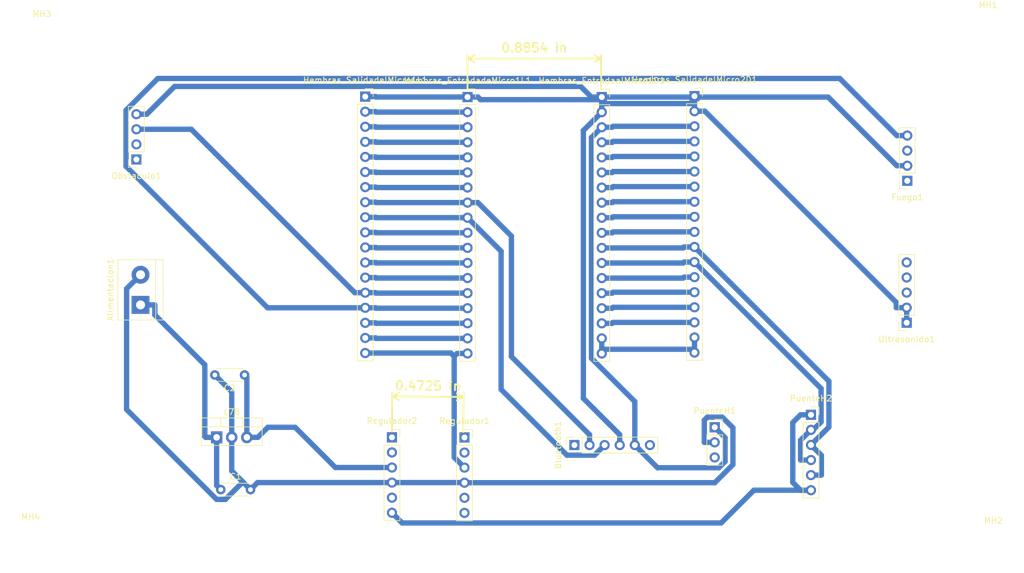
<source format=kicad_pcb>
(kicad_pcb (version 20171130) (host pcbnew "(5.0.0)")

  (general
    (thickness 1.6)
    (drawings 2)
    (tracks 240)
    (zones 0)
    (modules 20)
    (nets 45)
  )

  (page A4)
  (title_block
    (title Autito)
    (company "Tecnicas II")
  )

  (layers
    (0 F.Cu signal)
    (31 B.Cu signal)
    (32 B.Adhes user)
    (33 F.Adhes user)
    (34 B.Paste user)
    (35 F.Paste user)
    (36 B.SilkS user)
    (37 F.SilkS user)
    (38 B.Mask user)
    (39 F.Mask user)
    (40 Dwgs.User user)
    (41 Cmts.User user)
    (42 Eco1.User user)
    (43 Eco2.User user)
    (44 Edge.Cuts user)
    (45 Margin user)
    (46 B.CrtYd user)
    (47 F.CrtYd user)
    (48 B.Fab user)
    (49 F.Fab user)
  )

  (setup
    (last_trace_width 0.9)
    (trace_clearance 0.4)
    (zone_clearance 0.508)
    (zone_45_only no)
    (trace_min 0.9)
    (segment_width 0.2)
    (edge_width 0.15)
    (via_size 1.3)
    (via_drill 0.75)
    (via_min_size 1.3)
    (via_min_drill 0.75)
    (uvia_size 0.3)
    (uvia_drill 0.1)
    (uvias_allowed no)
    (uvia_min_size 0.2)
    (uvia_min_drill 0.1)
    (pcb_text_width 0.3)
    (pcb_text_size 1.5 1.5)
    (mod_edge_width 0.15)
    (mod_text_size 1 1)
    (mod_text_width 0.15)
    (pad_size 1.524 1.524)
    (pad_drill 0.762)
    (pad_to_mask_clearance 0.2)
    (aux_axis_origin 0 0)
    (visible_elements 7FFFFFFF)
    (pcbplotparams
      (layerselection 0x010fc_ffffffff)
      (usegerberextensions false)
      (usegerberattributes false)
      (usegerberadvancedattributes false)
      (creategerberjobfile false)
      (excludeedgelayer true)
      (linewidth 0.100000)
      (plotframeref false)
      (viasonmask false)
      (mode 1)
      (useauxorigin false)
      (hpglpennumber 1)
      (hpglpenspeed 20)
      (hpglpendiameter 15.000000)
      (psnegative false)
      (psa4output false)
      (plotreference true)
      (plotvalue true)
      (plotinvisibletext false)
      (padsonsilk false)
      (subtractmaskfromsilk false)
      (outputformat 1)
      (mirror false)
      (drillshape 1)
      (scaleselection 1)
      (outputdirectory ""))
  )

  (net 0 "")
  (net 1 12V)
  (net 2 GND)
  (net 3 "Net-(Bluetooth1-Pad1)")
  (net 4 44)
  (net 5 1)
  (net 6 "5V(regulado)")
  (net 7 "Net-(Bluetooth1-Pad6)")
  (net 8 9)
  (net 9 "Vcc(u)")
  (net 10 "Net-(Fuego1-Pad1)")
  (net 11 32)
  (net 12 27)
  (net 13 26)
  (net 14 25)
  (net 15 24)
  (net 16 22)
  (net 17 21)
  (net 18 20)
  (net 19 19)
  (net 20 17)
  (net 21 16)
  (net 22 15)
  (net 23 14)
  (net 24 11)
  (net 25 10)
  (net 26 8)
  (net 27 5)
  (net 28 4)
  (net 29 3)
  (net 30 2)
  (net 31 41)
  (net 32 40)
  (net 33 39)
  (net 34 38)
  (net 35 36)
  (net 36 35)
  (net 37 "Net-(Obstaculo1-Pad1)")
  (net 38 "PWM(Regulador)")
  (net 39 "Net-(Regulador1-Pad5)")
  (net 40 "Net-(Regulador1-Pad2)")
  (net 41 "Net-(Regulador1-Pad1)")
  (net 42 "Net-(Regulador2-Pad1)")
  (net 43 "Net-(Regulador2-Pad2)")
  (net 44 "Net-(Regulador2-Pad5)")

  (net_class Default "Esta es la clase de red por defecto."
    (clearance 0.4)
    (trace_width 0.9)
    (via_dia 1.3)
    (via_drill 0.75)
    (uvia_dia 0.3)
    (uvia_drill 0.1)
    (diff_pair_gap 0.4)
    (diff_pair_width 0.9)
    (add_net 1)
    (add_net 10)
    (add_net 11)
    (add_net 12V)
    (add_net 14)
    (add_net 15)
    (add_net 16)
    (add_net 17)
    (add_net 19)
    (add_net 2)
    (add_net 20)
    (add_net 21)
    (add_net 22)
    (add_net 24)
    (add_net 25)
    (add_net 26)
    (add_net 27)
    (add_net 3)
    (add_net 32)
    (add_net 35)
    (add_net 36)
    (add_net 38)
    (add_net 39)
    (add_net 4)
    (add_net 40)
    (add_net 41)
    (add_net 44)
    (add_net 5)
    (add_net "5V(regulado)")
    (add_net 8)
    (add_net 9)
    (add_net GND)
    (add_net "Net-(Bluetooth1-Pad1)")
    (add_net "Net-(Bluetooth1-Pad6)")
    (add_net "Net-(Fuego1-Pad1)")
    (add_net "Net-(Obstaculo1-Pad1)")
    (add_net "Net-(Regulador1-Pad1)")
    (add_net "Net-(Regulador1-Pad2)")
    (add_net "Net-(Regulador1-Pad5)")
    (add_net "Net-(Regulador2-Pad1)")
    (add_net "Net-(Regulador2-Pad2)")
    (add_net "Net-(Regulador2-Pad5)")
    (add_net "PWM(Regulador)")
    (add_net "Vcc(u)")
  )

  (module TerminalBlock:TerminalBlock_bornier-2_P5.08mm (layer F.Cu) (tedit 59FF03AB) (tstamp 5D23BE27)
    (at 63.1 82 90)
    (descr "simple 2-pin terminal block, pitch 5.08mm, revamped version of bornier2")
    (tags "terminal block bornier2")
    (path /5D196EB5)
    (fp_text reference Alimentacion1 (at 2.54 -5.08 90) (layer F.SilkS)
      (effects (font (size 1 1) (thickness 0.15)))
    )
    (fp_text value Screw_Terminal_01x02 (at 2.54 5.08 90) (layer F.Fab)
      (effects (font (size 1 1) (thickness 0.15)))
    )
    (fp_text user %R (at 2.54 0 90) (layer F.Fab)
      (effects (font (size 1 1) (thickness 0.15)))
    )
    (fp_line (start -2.41 2.55) (end 7.49 2.55) (layer F.Fab) (width 0.1))
    (fp_line (start -2.46 -3.75) (end -2.46 3.75) (layer F.Fab) (width 0.1))
    (fp_line (start -2.46 3.75) (end 7.54 3.75) (layer F.Fab) (width 0.1))
    (fp_line (start 7.54 3.75) (end 7.54 -3.75) (layer F.Fab) (width 0.1))
    (fp_line (start 7.54 -3.75) (end -2.46 -3.75) (layer F.Fab) (width 0.1))
    (fp_line (start 7.62 2.54) (end -2.54 2.54) (layer F.SilkS) (width 0.12))
    (fp_line (start 7.62 3.81) (end 7.62 -3.81) (layer F.SilkS) (width 0.12))
    (fp_line (start 7.62 -3.81) (end -2.54 -3.81) (layer F.SilkS) (width 0.12))
    (fp_line (start -2.54 -3.81) (end -2.54 3.81) (layer F.SilkS) (width 0.12))
    (fp_line (start -2.54 3.81) (end 7.62 3.81) (layer F.SilkS) (width 0.12))
    (fp_line (start -2.71 -4) (end 7.79 -4) (layer F.CrtYd) (width 0.05))
    (fp_line (start -2.71 -4) (end -2.71 4) (layer F.CrtYd) (width 0.05))
    (fp_line (start 7.79 4) (end 7.79 -4) (layer F.CrtYd) (width 0.05))
    (fp_line (start 7.79 4) (end -2.71 4) (layer F.CrtYd) (width 0.05))
    (pad 1 thru_hole rect (at 0 0 90) (size 3 3) (drill 1.52) (layers *.Cu *.Mask)
      (net 1 12V))
    (pad 2 thru_hole circle (at 5.08 0 90) (size 3 3) (drill 1.52) (layers *.Cu *.Mask)
      (net 2 GND))
    (model ${KISYS3DMOD}/TerminalBlock.3dshapes/TerminalBlock_bornier-2_P5.08mm.wrl
      (offset (xyz 2.539999961853027 0 0))
      (scale (xyz 1 1 1))
      (rotate (xyz 0 0 0))
    )
  )

  (module Connector_PinSocket_2.54mm:PinSocket_1x06_P2.54mm_Vertical (layer F.Cu) (tedit 5A19A430) (tstamp 5D23BE41)
    (at 136.1 105.6 90)
    (descr "Through hole straight socket strip, 1x06, 2.54mm pitch, single row (from Kicad 4.0.7), script generated")
    (tags "Through hole socket strip THT 1x06 2.54mm single row")
    (path /5D150B88)
    (fp_text reference Bluetooth1 (at 0 -2.77 90) (layer F.SilkS)
      (effects (font (size 1 1) (thickness 0.15)))
    )
    (fp_text value Conn_01x06_Female (at 0 15.47 90) (layer F.Fab)
      (effects (font (size 1 1) (thickness 0.15)))
    )
    (fp_line (start -1.27 -1.27) (end 0.635 -1.27) (layer F.Fab) (width 0.1))
    (fp_line (start 0.635 -1.27) (end 1.27 -0.635) (layer F.Fab) (width 0.1))
    (fp_line (start 1.27 -0.635) (end 1.27 13.97) (layer F.Fab) (width 0.1))
    (fp_line (start 1.27 13.97) (end -1.27 13.97) (layer F.Fab) (width 0.1))
    (fp_line (start -1.27 13.97) (end -1.27 -1.27) (layer F.Fab) (width 0.1))
    (fp_line (start -1.33 1.27) (end 1.33 1.27) (layer F.SilkS) (width 0.12))
    (fp_line (start -1.33 1.27) (end -1.33 14.03) (layer F.SilkS) (width 0.12))
    (fp_line (start -1.33 14.03) (end 1.33 14.03) (layer F.SilkS) (width 0.12))
    (fp_line (start 1.33 1.27) (end 1.33 14.03) (layer F.SilkS) (width 0.12))
    (fp_line (start 1.33 -1.33) (end 1.33 0) (layer F.SilkS) (width 0.12))
    (fp_line (start 0 -1.33) (end 1.33 -1.33) (layer F.SilkS) (width 0.12))
    (fp_line (start -1.8 -1.8) (end 1.75 -1.8) (layer F.CrtYd) (width 0.05))
    (fp_line (start 1.75 -1.8) (end 1.75 14.45) (layer F.CrtYd) (width 0.05))
    (fp_line (start 1.75 14.45) (end -1.8 14.45) (layer F.CrtYd) (width 0.05))
    (fp_line (start -1.8 14.45) (end -1.8 -1.8) (layer F.CrtYd) (width 0.05))
    (fp_text user %R (at 0 6.35 180) (layer F.Fab)
      (effects (font (size 1 1) (thickness 0.15)))
    )
    (pad 1 thru_hole rect (at 0 0 90) (size 1.7 1.7) (drill 1) (layers *.Cu *.Mask)
      (net 3 "Net-(Bluetooth1-Pad1)"))
    (pad 2 thru_hole oval (at 0 2.54 90) (size 1.7 1.7) (drill 1) (layers *.Cu *.Mask)
      (net 4 44))
    (pad 3 thru_hole oval (at 0 5.08 90) (size 1.7 1.7) (drill 1) (layers *.Cu *.Mask)
      (net 5 1))
    (pad 4 thru_hole oval (at 0 7.62 90) (size 1.7 1.7) (drill 1) (layers *.Cu *.Mask)
      (net 2 GND))
    (pad 5 thru_hole oval (at 0 10.16 90) (size 1.7 1.7) (drill 1) (layers *.Cu *.Mask)
      (net 6 "5V(regulado)"))
    (pad 6 thru_hole oval (at 0 12.7 90) (size 1.7 1.7) (drill 1) (layers *.Cu *.Mask)
      (net 7 "Net-(Bluetooth1-Pad6)"))
    (model ${KISYS3DMOD}/Connector_PinSocket_2.54mm.3dshapes/PinSocket_1x06_P2.54mm_Vertical.wrl
      (at (xyz 0 0 0))
      (scale (xyz 1 1 1))
      (rotate (xyz 0 0 0))
    )
  )

  (module Capacitor_THT:C_Disc_D4.3mm_W1.9mm_P5.00mm (layer F.Cu) (tedit 5AE50EF0) (tstamp 5D23BE56)
    (at 76.6 113.1)
    (descr "C, Disc series, Radial, pin pitch=5.00mm, , diameter*width=4.3*1.9mm^2, Capacitor, http://www.vishay.com/docs/45233/krseries.pdf")
    (tags "C Disc series Radial pin pitch 5.00mm  diameter 4.3mm width 1.9mm Capacitor")
    (path /5D1526A9)
    (fp_text reference C1 (at 2.5 -2.2) (layer F.SilkS)
      (effects (font (size 1 1) (thickness 0.15)))
    )
    (fp_text value 224 (at 2.5 2.2) (layer F.Fab)
      (effects (font (size 1 1) (thickness 0.15)))
    )
    (fp_line (start 0.35 -0.95) (end 0.35 0.95) (layer F.Fab) (width 0.1))
    (fp_line (start 0.35 0.95) (end 4.65 0.95) (layer F.Fab) (width 0.1))
    (fp_line (start 4.65 0.95) (end 4.65 -0.95) (layer F.Fab) (width 0.1))
    (fp_line (start 4.65 -0.95) (end 0.35 -0.95) (layer F.Fab) (width 0.1))
    (fp_line (start 0.23 -1.07) (end 4.77 -1.07) (layer F.SilkS) (width 0.12))
    (fp_line (start 0.23 1.07) (end 4.77 1.07) (layer F.SilkS) (width 0.12))
    (fp_line (start 0.23 -1.07) (end 0.23 -1.055) (layer F.SilkS) (width 0.12))
    (fp_line (start 0.23 1.055) (end 0.23 1.07) (layer F.SilkS) (width 0.12))
    (fp_line (start 4.77 -1.07) (end 4.77 -1.055) (layer F.SilkS) (width 0.12))
    (fp_line (start 4.77 1.055) (end 4.77 1.07) (layer F.SilkS) (width 0.12))
    (fp_line (start -1.05 -1.2) (end -1.05 1.2) (layer F.CrtYd) (width 0.05))
    (fp_line (start -1.05 1.2) (end 6.05 1.2) (layer F.CrtYd) (width 0.05))
    (fp_line (start 6.05 1.2) (end 6.05 -1.2) (layer F.CrtYd) (width 0.05))
    (fp_line (start 6.05 -1.2) (end -1.05 -1.2) (layer F.CrtYd) (width 0.05))
    (fp_text user %R (at 2.5 0) (layer F.Fab)
      (effects (font (size 0.86 0.86) (thickness 0.129)))
    )
    (pad 1 thru_hole circle (at 0 0) (size 1.6 1.6) (drill 0.8) (layers *.Cu *.Mask)
      (net 1 12V))
    (pad 2 thru_hole circle (at 5 0) (size 1.6 1.6) (drill 0.8) (layers *.Cu *.Mask)
      (net 2 GND))
    (model ${KISYS3DMOD}/Capacitor_THT.3dshapes/C_Disc_D4.3mm_W1.9mm_P5.00mm.wrl
      (at (xyz 0 0 0))
      (scale (xyz 1 1 1))
      (rotate (xyz 0 0 0))
    )
  )

  (module Capacitor_THT:C_Disc_D4.3mm_W1.9mm_P5.00mm (layer F.Cu) (tedit 5AE50EF0) (tstamp 5D23BE6B)
    (at 80.6 93.8 180)
    (descr "C, Disc series, Radial, pin pitch=5.00mm, , diameter*width=4.3*1.9mm^2, Capacitor, http://www.vishay.com/docs/45233/krseries.pdf")
    (tags "C Disc series Radial pin pitch 5.00mm  diameter 4.3mm width 1.9mm Capacitor")
    (path /5D15273D)
    (fp_text reference C2 (at 2.5 -2.2 180) (layer F.SilkS)
      (effects (font (size 1 1) (thickness 0.15)))
    )
    (fp_text value 104 (at 2.5 2.2 180) (layer F.Fab)
      (effects (font (size 1 1) (thickness 0.15)))
    )
    (fp_text user %R (at 2.5 0 180) (layer F.Fab)
      (effects (font (size 0.86 0.86) (thickness 0.129)))
    )
    (fp_line (start 6.05 -1.2) (end -1.05 -1.2) (layer F.CrtYd) (width 0.05))
    (fp_line (start 6.05 1.2) (end 6.05 -1.2) (layer F.CrtYd) (width 0.05))
    (fp_line (start -1.05 1.2) (end 6.05 1.2) (layer F.CrtYd) (width 0.05))
    (fp_line (start -1.05 -1.2) (end -1.05 1.2) (layer F.CrtYd) (width 0.05))
    (fp_line (start 4.77 1.055) (end 4.77 1.07) (layer F.SilkS) (width 0.12))
    (fp_line (start 4.77 -1.07) (end 4.77 -1.055) (layer F.SilkS) (width 0.12))
    (fp_line (start 0.23 1.055) (end 0.23 1.07) (layer F.SilkS) (width 0.12))
    (fp_line (start 0.23 -1.07) (end 0.23 -1.055) (layer F.SilkS) (width 0.12))
    (fp_line (start 0.23 1.07) (end 4.77 1.07) (layer F.SilkS) (width 0.12))
    (fp_line (start 0.23 -1.07) (end 4.77 -1.07) (layer F.SilkS) (width 0.12))
    (fp_line (start 4.65 -0.95) (end 0.35 -0.95) (layer F.Fab) (width 0.1))
    (fp_line (start 4.65 0.95) (end 4.65 -0.95) (layer F.Fab) (width 0.1))
    (fp_line (start 0.35 0.95) (end 4.65 0.95) (layer F.Fab) (width 0.1))
    (fp_line (start 0.35 -0.95) (end 0.35 0.95) (layer F.Fab) (width 0.1))
    (pad 2 thru_hole circle (at 5 0 180) (size 1.6 1.6) (drill 0.8) (layers *.Cu *.Mask)
      (net 2 GND))
    (pad 1 thru_hole circle (at 0 0 180) (size 1.6 1.6) (drill 0.8) (layers *.Cu *.Mask)
      (net 6 "5V(regulado)"))
    (model ${KISYS3DMOD}/Capacitor_THT.3dshapes/C_Disc_D4.3mm_W1.9mm_P5.00mm.wrl
      (at (xyz 0 0 0))
      (scale (xyz 1 1 1))
      (rotate (xyz 0 0 0))
    )
  )

  (module Connector_PinSocket_2.54mm:PinSocket_1x04_P2.54mm_Vertical (layer F.Cu) (tedit 5A19A429) (tstamp 5D23BE83)
    (at 192.1 61.1 180)
    (descr "Through hole straight socket strip, 1x04, 2.54mm pitch, single row (from Kicad 4.0.7), script generated")
    (tags "Through hole socket strip THT 1x04 2.54mm single row")
    (path /5D270674)
    (fp_text reference Fuego1 (at 0 -2.77 180) (layer F.SilkS)
      (effects (font (size 1 1) (thickness 0.15)))
    )
    (fp_text value Conn_01x04_Female (at 0 10.39 180) (layer F.Fab)
      (effects (font (size 1 1) (thickness 0.15)))
    )
    (fp_text user %R (at 0 3.81 270) (layer F.Fab)
      (effects (font (size 1 1) (thickness 0.15)))
    )
    (fp_line (start -1.8 9.4) (end -1.8 -1.8) (layer F.CrtYd) (width 0.05))
    (fp_line (start 1.75 9.4) (end -1.8 9.4) (layer F.CrtYd) (width 0.05))
    (fp_line (start 1.75 -1.8) (end 1.75 9.4) (layer F.CrtYd) (width 0.05))
    (fp_line (start -1.8 -1.8) (end 1.75 -1.8) (layer F.CrtYd) (width 0.05))
    (fp_line (start 0 -1.33) (end 1.33 -1.33) (layer F.SilkS) (width 0.12))
    (fp_line (start 1.33 -1.33) (end 1.33 0) (layer F.SilkS) (width 0.12))
    (fp_line (start 1.33 1.27) (end 1.33 8.95) (layer F.SilkS) (width 0.12))
    (fp_line (start -1.33 8.95) (end 1.33 8.95) (layer F.SilkS) (width 0.12))
    (fp_line (start -1.33 1.27) (end -1.33 8.95) (layer F.SilkS) (width 0.12))
    (fp_line (start -1.33 1.27) (end 1.33 1.27) (layer F.SilkS) (width 0.12))
    (fp_line (start -1.27 8.89) (end -1.27 -1.27) (layer F.Fab) (width 0.1))
    (fp_line (start 1.27 8.89) (end -1.27 8.89) (layer F.Fab) (width 0.1))
    (fp_line (start 1.27 -0.635) (end 1.27 8.89) (layer F.Fab) (width 0.1))
    (fp_line (start 0.635 -1.27) (end 1.27 -0.635) (layer F.Fab) (width 0.1))
    (fp_line (start -1.27 -1.27) (end 0.635 -1.27) (layer F.Fab) (width 0.1))
    (pad 4 thru_hole oval (at 0 7.62 180) (size 1.7 1.7) (drill 1) (layers *.Cu *.Mask)
      (net 8 9))
    (pad 3 thru_hole oval (at 0 5.08 180) (size 1.7 1.7) (drill 1) (layers *.Cu *.Mask)
      (net 9 "Vcc(u)"))
    (pad 2 thru_hole oval (at 0 2.54 180) (size 1.7 1.7) (drill 1) (layers *.Cu *.Mask)
      (net 2 GND))
    (pad 1 thru_hole rect (at 0 0 180) (size 1.7 1.7) (drill 1) (layers *.Cu *.Mask)
      (net 10 "Net-(Fuego1-Pad1)"))
    (model ${KISYS3DMOD}/Connector_PinSocket_2.54mm.3dshapes/PinSocket_1x04_P2.54mm_Vertical.wrl
      (at (xyz 0 0 0))
      (scale (xyz 1 1 1))
      (rotate (xyz 0 0 0))
    )
  )

  (module Connector_PinSocket_2.54mm:PinSocket_1x18_P2.54mm_Vertical (layer F.Cu) (tedit 5A19A434) (tstamp 5D23BEA9)
    (at 140.7 47)
    (descr "Through hole straight socket strip, 1x18, 2.54mm pitch, single row (from Kicad 4.0.7), script generated")
    (tags "Through hole socket strip THT 1x18 2.54mm single row")
    (path /5D0D47A7)
    (fp_text reference Hembras_EntradaalMicro1D1 (at 0 -2.77) (layer F.SilkS)
      (effects (font (size 1 1) (thickness 0.15)))
    )
    (fp_text value Conn_01x18_Female (at 0 45.95) (layer F.Fab)
      (effects (font (size 1 1) (thickness 0.15)))
    )
    (fp_line (start -1.27 -1.27) (end 0.635 -1.27) (layer F.Fab) (width 0.1))
    (fp_line (start 0.635 -1.27) (end 1.27 -0.635) (layer F.Fab) (width 0.1))
    (fp_line (start 1.27 -0.635) (end 1.27 44.45) (layer F.Fab) (width 0.1))
    (fp_line (start 1.27 44.45) (end -1.27 44.45) (layer F.Fab) (width 0.1))
    (fp_line (start -1.27 44.45) (end -1.27 -1.27) (layer F.Fab) (width 0.1))
    (fp_line (start -1.33 1.27) (end 1.33 1.27) (layer F.SilkS) (width 0.12))
    (fp_line (start -1.33 1.27) (end -1.33 44.51) (layer F.SilkS) (width 0.12))
    (fp_line (start -1.33 44.51) (end 1.33 44.51) (layer F.SilkS) (width 0.12))
    (fp_line (start 1.33 1.27) (end 1.33 44.51) (layer F.SilkS) (width 0.12))
    (fp_line (start 1.33 -1.33) (end 1.33 0) (layer F.SilkS) (width 0.12))
    (fp_line (start 0 -1.33) (end 1.33 -1.33) (layer F.SilkS) (width 0.12))
    (fp_line (start -1.8 -1.8) (end 1.75 -1.8) (layer F.CrtYd) (width 0.05))
    (fp_line (start 1.75 -1.8) (end 1.75 44.95) (layer F.CrtYd) (width 0.05))
    (fp_line (start 1.75 44.95) (end -1.8 44.95) (layer F.CrtYd) (width 0.05))
    (fp_line (start -1.8 44.95) (end -1.8 -1.8) (layer F.CrtYd) (width 0.05))
    (fp_text user %R (at 0 21.59 90) (layer F.Fab)
      (effects (font (size 1 1) (thickness 0.15)))
    )
    (pad 1 thru_hole rect (at 0 0) (size 1.7 1.7) (drill 1) (layers *.Cu *.Mask)
      (net 2 GND))
    (pad 2 thru_hole oval (at 0 2.54) (size 1.7 1.7) (drill 1) (layers *.Cu *.Mask)
      (net 2 GND))
    (pad 3 thru_hole oval (at 0 5.08) (size 1.7 1.7) (drill 1) (layers *.Cu *.Mask)
      (net 6 "5V(regulado)"))
    (pad 4 thru_hole oval (at 0 7.62) (size 1.7 1.7) (drill 1) (layers *.Cu *.Mask)
      (net 11 32))
    (pad 5 thru_hole oval (at 0 10.16) (size 1.7 1.7) (drill 1) (layers *.Cu *.Mask)
      (net 12 27))
    (pad 6 thru_hole oval (at 0 12.7) (size 1.7 1.7) (drill 1) (layers *.Cu *.Mask)
      (net 13 26))
    (pad 7 thru_hole oval (at 0 15.24) (size 1.7 1.7) (drill 1) (layers *.Cu *.Mask)
      (net 14 25))
    (pad 8 thru_hole oval (at 0 17.78) (size 1.7 1.7) (drill 1) (layers *.Cu *.Mask)
      (net 15 24))
    (pad 9 thru_hole oval (at 0 20.32) (size 1.7 1.7) (drill 1) (layers *.Cu *.Mask)
      (net 16 22))
    (pad 10 thru_hole oval (at 0 22.86) (size 1.7 1.7) (drill 1) (layers *.Cu *.Mask)
      (net 17 21))
    (pad 11 thru_hole oval (at 0 25.4) (size 1.7 1.7) (drill 1) (layers *.Cu *.Mask)
      (net 18 20))
    (pad 12 thru_hole oval (at 0 27.94) (size 1.7 1.7) (drill 1) (layers *.Cu *.Mask)
      (net 19 19))
    (pad 13 thru_hole oval (at 0 30.48) (size 1.7 1.7) (drill 1) (layers *.Cu *.Mask)
      (net 20 17))
    (pad 14 thru_hole oval (at 0 33.02) (size 1.7 1.7) (drill 1) (layers *.Cu *.Mask)
      (net 21 16))
    (pad 15 thru_hole oval (at 0 35.56) (size 1.7 1.7) (drill 1) (layers *.Cu *.Mask)
      (net 22 15))
    (pad 16 thru_hole oval (at 0 38.1) (size 1.7 1.7) (drill 1) (layers *.Cu *.Mask)
      (net 23 14))
    (pad 17 thru_hole oval (at 0 40.64) (size 1.7 1.7) (drill 1) (layers *.Cu *.Mask)
      (net 9 "Vcc(u)"))
    (pad 18 thru_hole oval (at 0 43.18) (size 1.7 1.7) (drill 1) (layers *.Cu *.Mask)
      (net 9 "Vcc(u)"))
    (model ${KISYS3DMOD}/Connector_PinSocket_2.54mm.3dshapes/PinSocket_1x18_P2.54mm_Vertical.wrl
      (at (xyz 0 0 0))
      (scale (xyz 1 1 1))
      (rotate (xyz 0 0 0))
    )
  )

  (module Connector_PinSocket_2.54mm:PinSocket_1x18_P2.54mm_Vertical (layer F.Cu) (tedit 5A19A434) (tstamp 5D23BECF)
    (at 118.11 46.99)
    (descr "Through hole straight socket strip, 1x18, 2.54mm pitch, single row (from Kicad 4.0.7), script generated")
    (tags "Through hole socket strip THT 1x18 2.54mm single row")
    (path /5D0D4830)
    (fp_text reference Hembras_EntradadeMicro1L1 (at 0 -2.77) (layer F.SilkS)
      (effects (font (size 1 1) (thickness 0.15)))
    )
    (fp_text value Conn_01x18_Female (at 0 45.95) (layer F.Fab)
      (effects (font (size 1 1) (thickness 0.15)))
    )
    (fp_text user %R (at 0 21.59 90) (layer F.Fab)
      (effects (font (size 1 1) (thickness 0.15)))
    )
    (fp_line (start -1.8 44.95) (end -1.8 -1.8) (layer F.CrtYd) (width 0.05))
    (fp_line (start 1.75 44.95) (end -1.8 44.95) (layer F.CrtYd) (width 0.05))
    (fp_line (start 1.75 -1.8) (end 1.75 44.95) (layer F.CrtYd) (width 0.05))
    (fp_line (start -1.8 -1.8) (end 1.75 -1.8) (layer F.CrtYd) (width 0.05))
    (fp_line (start 0 -1.33) (end 1.33 -1.33) (layer F.SilkS) (width 0.12))
    (fp_line (start 1.33 -1.33) (end 1.33 0) (layer F.SilkS) (width 0.12))
    (fp_line (start 1.33 1.27) (end 1.33 44.51) (layer F.SilkS) (width 0.12))
    (fp_line (start -1.33 44.51) (end 1.33 44.51) (layer F.SilkS) (width 0.12))
    (fp_line (start -1.33 1.27) (end -1.33 44.51) (layer F.SilkS) (width 0.12))
    (fp_line (start -1.33 1.27) (end 1.33 1.27) (layer F.SilkS) (width 0.12))
    (fp_line (start -1.27 44.45) (end -1.27 -1.27) (layer F.Fab) (width 0.1))
    (fp_line (start 1.27 44.45) (end -1.27 44.45) (layer F.Fab) (width 0.1))
    (fp_line (start 1.27 -0.635) (end 1.27 44.45) (layer F.Fab) (width 0.1))
    (fp_line (start 0.635 -1.27) (end 1.27 -0.635) (layer F.Fab) (width 0.1))
    (fp_line (start -1.27 -1.27) (end 0.635 -1.27) (layer F.Fab) (width 0.1))
    (pad 18 thru_hole oval (at 0 43.18) (size 1.7 1.7) (drill 1) (layers *.Cu *.Mask)
      (net 9 "Vcc(u)"))
    (pad 17 thru_hole oval (at 0 40.64) (size 1.7 1.7) (drill 1) (layers *.Cu *.Mask)
      (net 24 11))
    (pad 16 thru_hole oval (at 0 38.1) (size 1.7 1.7) (drill 1) (layers *.Cu *.Mask)
      (net 25 10))
    (pad 15 thru_hole oval (at 0 35.56) (size 1.7 1.7) (drill 1) (layers *.Cu *.Mask)
      (net 8 9))
    (pad 14 thru_hole oval (at 0 33.02) (size 1.7 1.7) (drill 1) (layers *.Cu *.Mask)
      (net 26 8))
    (pad 13 thru_hole oval (at 0 30.48) (size 1.7 1.7) (drill 1) (layers *.Cu *.Mask)
      (net 27 5))
    (pad 12 thru_hole oval (at 0 27.94) (size 1.7 1.7) (drill 1) (layers *.Cu *.Mask)
      (net 28 4))
    (pad 11 thru_hole oval (at 0 25.4) (size 1.7 1.7) (drill 1) (layers *.Cu *.Mask)
      (net 29 3))
    (pad 10 thru_hole oval (at 0 22.86) (size 1.7 1.7) (drill 1) (layers *.Cu *.Mask)
      (net 30 2))
    (pad 9 thru_hole oval (at 0 20.32) (size 1.7 1.7) (drill 1) (layers *.Cu *.Mask)
      (net 5 1))
    (pad 8 thru_hole oval (at 0 17.78) (size 1.7 1.7) (drill 1) (layers *.Cu *.Mask)
      (net 4 44))
    (pad 7 thru_hole oval (at 0 15.24) (size 1.7 1.7) (drill 1) (layers *.Cu *.Mask)
      (net 31 41))
    (pad 6 thru_hole oval (at 0 12.7) (size 1.7 1.7) (drill 1) (layers *.Cu *.Mask)
      (net 32 40))
    (pad 5 thru_hole oval (at 0 10.16) (size 1.7 1.7) (drill 1) (layers *.Cu *.Mask)
      (net 33 39))
    (pad 4 thru_hole oval (at 0 7.62) (size 1.7 1.7) (drill 1) (layers *.Cu *.Mask)
      (net 34 38))
    (pad 3 thru_hole oval (at 0 5.08) (size 1.7 1.7) (drill 1) (layers *.Cu *.Mask)
      (net 35 36))
    (pad 2 thru_hole oval (at 0 2.54) (size 1.7 1.7) (drill 1) (layers *.Cu *.Mask)
      (net 36 35))
    (pad 1 thru_hole rect (at 0 0) (size 1.7 1.7) (drill 1) (layers *.Cu *.Mask)
      (net 2 GND))
    (model ${KISYS3DMOD}/Connector_PinSocket_2.54mm.3dshapes/PinSocket_1x18_P2.54mm_Vertical.wrl
      (at (xyz 0 0 0))
      (scale (xyz 1 1 1))
      (rotate (xyz 0 0 0))
    )
  )

  (module Connector_PinSocket_2.54mm:PinSocket_1x18_P2.54mm_Vertical (layer F.Cu) (tedit 5A19A434) (tstamp 5D23BEF5)
    (at 100.9 46.92)
    (descr "Through hole straight socket strip, 1x18, 2.54mm pitch, single row (from Kicad 4.0.7), script generated")
    (tags "Through hole socket strip THT 1x18 2.54mm single row")
    (path /5D0D48ED)
    (fp_text reference Hembras_SalidadelMicro1L1 (at 0 -2.77) (layer F.SilkS)
      (effects (font (size 1 1) (thickness 0.15)))
    )
    (fp_text value Conn_01x18_Female (at 0 45.95) (layer F.Fab)
      (effects (font (size 1 1) (thickness 0.15)))
    )
    (fp_line (start -1.27 -1.27) (end 0.635 -1.27) (layer F.Fab) (width 0.1))
    (fp_line (start 0.635 -1.27) (end 1.27 -0.635) (layer F.Fab) (width 0.1))
    (fp_line (start 1.27 -0.635) (end 1.27 44.45) (layer F.Fab) (width 0.1))
    (fp_line (start 1.27 44.45) (end -1.27 44.45) (layer F.Fab) (width 0.1))
    (fp_line (start -1.27 44.45) (end -1.27 -1.27) (layer F.Fab) (width 0.1))
    (fp_line (start -1.33 1.27) (end 1.33 1.27) (layer F.SilkS) (width 0.12))
    (fp_line (start -1.33 1.27) (end -1.33 44.51) (layer F.SilkS) (width 0.12))
    (fp_line (start -1.33 44.51) (end 1.33 44.51) (layer F.SilkS) (width 0.12))
    (fp_line (start 1.33 1.27) (end 1.33 44.51) (layer F.SilkS) (width 0.12))
    (fp_line (start 1.33 -1.33) (end 1.33 0) (layer F.SilkS) (width 0.12))
    (fp_line (start 0 -1.33) (end 1.33 -1.33) (layer F.SilkS) (width 0.12))
    (fp_line (start -1.8 -1.8) (end 1.75 -1.8) (layer F.CrtYd) (width 0.05))
    (fp_line (start 1.75 -1.8) (end 1.75 44.95) (layer F.CrtYd) (width 0.05))
    (fp_line (start 1.75 44.95) (end -1.8 44.95) (layer F.CrtYd) (width 0.05))
    (fp_line (start -1.8 44.95) (end -1.8 -1.8) (layer F.CrtYd) (width 0.05))
    (fp_text user %R (at 0 21.59 90) (layer F.Fab)
      (effects (font (size 1 1) (thickness 0.15)))
    )
    (pad 1 thru_hole rect (at 0 0) (size 1.7 1.7) (drill 1) (layers *.Cu *.Mask)
      (net 2 GND))
    (pad 2 thru_hole oval (at 0 2.54) (size 1.7 1.7) (drill 1) (layers *.Cu *.Mask)
      (net 36 35))
    (pad 3 thru_hole oval (at 0 5.08) (size 1.7 1.7) (drill 1) (layers *.Cu *.Mask)
      (net 35 36))
    (pad 4 thru_hole oval (at 0 7.62) (size 1.7 1.7) (drill 1) (layers *.Cu *.Mask)
      (net 34 38))
    (pad 5 thru_hole oval (at 0 10.16) (size 1.7 1.7) (drill 1) (layers *.Cu *.Mask)
      (net 33 39))
    (pad 6 thru_hole oval (at 0 12.7) (size 1.7 1.7) (drill 1) (layers *.Cu *.Mask)
      (net 32 40))
    (pad 7 thru_hole oval (at 0 15.24) (size 1.7 1.7) (drill 1) (layers *.Cu *.Mask)
      (net 31 41))
    (pad 8 thru_hole oval (at 0 17.78) (size 1.7 1.7) (drill 1) (layers *.Cu *.Mask)
      (net 4 44))
    (pad 9 thru_hole oval (at 0 20.32) (size 1.7 1.7) (drill 1) (layers *.Cu *.Mask)
      (net 5 1))
    (pad 10 thru_hole oval (at 0 22.86) (size 1.7 1.7) (drill 1) (layers *.Cu *.Mask)
      (net 30 2))
    (pad 11 thru_hole oval (at 0 25.4) (size 1.7 1.7) (drill 1) (layers *.Cu *.Mask)
      (net 29 3))
    (pad 12 thru_hole oval (at 0 27.94) (size 1.7 1.7) (drill 1) (layers *.Cu *.Mask)
      (net 28 4))
    (pad 13 thru_hole oval (at 0 30.48) (size 1.7 1.7) (drill 1) (layers *.Cu *.Mask)
      (net 27 5))
    (pad 14 thru_hole oval (at 0 33.02) (size 1.7 1.7) (drill 1) (layers *.Cu *.Mask)
      (net 26 8))
    (pad 15 thru_hole oval (at 0 35.56) (size 1.7 1.7) (drill 1) (layers *.Cu *.Mask)
      (net 8 9))
    (pad 16 thru_hole oval (at 0 38.1) (size 1.7 1.7) (drill 1) (layers *.Cu *.Mask)
      (net 25 10))
    (pad 17 thru_hole oval (at 0 40.64) (size 1.7 1.7) (drill 1) (layers *.Cu *.Mask)
      (net 24 11))
    (pad 18 thru_hole oval (at 0 43.18) (size 1.7 1.7) (drill 1) (layers *.Cu *.Mask)
      (net 9 "Vcc(u)"))
    (model ${KISYS3DMOD}/Connector_PinSocket_2.54mm.3dshapes/PinSocket_1x18_P2.54mm_Vertical.wrl
      (at (xyz 0 0 0))
      (scale (xyz 1 1 1))
      (rotate (xyz 0 0 0))
    )
  )

  (module Connector_PinSocket_2.54mm:PinSocket_1x18_P2.54mm_Vertical (layer F.Cu) (tedit 5A19A434) (tstamp 5D23BF1B)
    (at 156.3 46.84)
    (descr "Through hole straight socket strip, 1x18, 2.54mm pitch, single row (from Kicad 4.0.7), script generated")
    (tags "Through hole socket strip THT 1x18 2.54mm single row")
    (path /5D0D4959)
    (fp_text reference Hembras_SalidadelMicro2D1 (at 0 -2.77) (layer F.SilkS)
      (effects (font (size 1 1) (thickness 0.15)))
    )
    (fp_text value Conn_01x18_Female (at 0 45.95) (layer F.Fab)
      (effects (font (size 1 1) (thickness 0.15)))
    )
    (fp_text user %R (at 0 21.59 90) (layer F.Fab)
      (effects (font (size 1 1) (thickness 0.15)))
    )
    (fp_line (start -1.8 44.95) (end -1.8 -1.8) (layer F.CrtYd) (width 0.05))
    (fp_line (start 1.75 44.95) (end -1.8 44.95) (layer F.CrtYd) (width 0.05))
    (fp_line (start 1.75 -1.8) (end 1.75 44.95) (layer F.CrtYd) (width 0.05))
    (fp_line (start -1.8 -1.8) (end 1.75 -1.8) (layer F.CrtYd) (width 0.05))
    (fp_line (start 0 -1.33) (end 1.33 -1.33) (layer F.SilkS) (width 0.12))
    (fp_line (start 1.33 -1.33) (end 1.33 0) (layer F.SilkS) (width 0.12))
    (fp_line (start 1.33 1.27) (end 1.33 44.51) (layer F.SilkS) (width 0.12))
    (fp_line (start -1.33 44.51) (end 1.33 44.51) (layer F.SilkS) (width 0.12))
    (fp_line (start -1.33 1.27) (end -1.33 44.51) (layer F.SilkS) (width 0.12))
    (fp_line (start -1.33 1.27) (end 1.33 1.27) (layer F.SilkS) (width 0.12))
    (fp_line (start -1.27 44.45) (end -1.27 -1.27) (layer F.Fab) (width 0.1))
    (fp_line (start 1.27 44.45) (end -1.27 44.45) (layer F.Fab) (width 0.1))
    (fp_line (start 1.27 -0.635) (end 1.27 44.45) (layer F.Fab) (width 0.1))
    (fp_line (start 0.635 -1.27) (end 1.27 -0.635) (layer F.Fab) (width 0.1))
    (fp_line (start -1.27 -1.27) (end 0.635 -1.27) (layer F.Fab) (width 0.1))
    (pad 18 thru_hole oval (at 0 43.18) (size 1.7 1.7) (drill 1) (layers *.Cu *.Mask)
      (net 9 "Vcc(u)"))
    (pad 17 thru_hole oval (at 0 40.64) (size 1.7 1.7) (drill 1) (layers *.Cu *.Mask)
      (net 9 "Vcc(u)"))
    (pad 16 thru_hole oval (at 0 38.1) (size 1.7 1.7) (drill 1) (layers *.Cu *.Mask)
      (net 23 14))
    (pad 15 thru_hole oval (at 0 35.56) (size 1.7 1.7) (drill 1) (layers *.Cu *.Mask)
      (net 22 15))
    (pad 14 thru_hole oval (at 0 33.02) (size 1.7 1.7) (drill 1) (layers *.Cu *.Mask)
      (net 21 16))
    (pad 13 thru_hole oval (at 0 30.48) (size 1.7 1.7) (drill 1) (layers *.Cu *.Mask)
      (net 20 17))
    (pad 12 thru_hole oval (at 0 27.94) (size 1.7 1.7) (drill 1) (layers *.Cu *.Mask)
      (net 19 19))
    (pad 11 thru_hole oval (at 0 25.4) (size 1.7 1.7) (drill 1) (layers *.Cu *.Mask)
      (net 18 20))
    (pad 10 thru_hole oval (at 0 22.86) (size 1.7 1.7) (drill 1) (layers *.Cu *.Mask)
      (net 17 21))
    (pad 9 thru_hole oval (at 0 20.32) (size 1.7 1.7) (drill 1) (layers *.Cu *.Mask)
      (net 16 22))
    (pad 8 thru_hole oval (at 0 17.78) (size 1.7 1.7) (drill 1) (layers *.Cu *.Mask)
      (net 15 24))
    (pad 7 thru_hole oval (at 0 15.24) (size 1.7 1.7) (drill 1) (layers *.Cu *.Mask)
      (net 14 25))
    (pad 6 thru_hole oval (at 0 12.7) (size 1.7 1.7) (drill 1) (layers *.Cu *.Mask)
      (net 13 26))
    (pad 5 thru_hole oval (at 0 10.16) (size 1.7 1.7) (drill 1) (layers *.Cu *.Mask)
      (net 12 27))
    (pad 4 thru_hole oval (at 0 7.62) (size 1.7 1.7) (drill 1) (layers *.Cu *.Mask)
      (net 11 32))
    (pad 3 thru_hole oval (at 0 5.08) (size 1.7 1.7) (drill 1) (layers *.Cu *.Mask)
      (net 6 "5V(regulado)"))
    (pad 2 thru_hole oval (at 0 2.54) (size 1.7 1.7) (drill 1) (layers *.Cu *.Mask)
      (net 2 GND))
    (pad 1 thru_hole rect (at 0 0) (size 1.7 1.7) (drill 1) (layers *.Cu *.Mask)
      (net 2 GND))
    (model ${KISYS3DMOD}/Connector_PinSocket_2.54mm.3dshapes/PinSocket_1x18_P2.54mm_Vertical.wrl
      (at (xyz 0 0 0))
      (scale (xyz 1 1 1))
      (rotate (xyz 0 0 0))
    )
  )

  (module Package_TO_SOT_THT:TO-220-3_Vertical (layer F.Cu) (tedit 5AC8BA0D) (tstamp 5D23BF35)
    (at 75.9 104.3)
    (descr "TO-220-3, Vertical, RM 2.54mm, see https://www.vishay.com/docs/66542/to-220-1.pdf")
    (tags "TO-220-3 Vertical RM 2.54mm")
    (path /5D1525BE)
    (fp_text reference L78 (at 2.54 -4.27) (layer F.SilkS)
      (effects (font (size 1 1) (thickness 0.15)))
    )
    (fp_text value L7805 (at 2.54 2.5) (layer F.Fab)
      (effects (font (size 1 1) (thickness 0.15)))
    )
    (fp_line (start -2.46 -3.15) (end -2.46 1.25) (layer F.Fab) (width 0.1))
    (fp_line (start -2.46 1.25) (end 7.54 1.25) (layer F.Fab) (width 0.1))
    (fp_line (start 7.54 1.25) (end 7.54 -3.15) (layer F.Fab) (width 0.1))
    (fp_line (start 7.54 -3.15) (end -2.46 -3.15) (layer F.Fab) (width 0.1))
    (fp_line (start -2.46 -1.88) (end 7.54 -1.88) (layer F.Fab) (width 0.1))
    (fp_line (start 0.69 -3.15) (end 0.69 -1.88) (layer F.Fab) (width 0.1))
    (fp_line (start 4.39 -3.15) (end 4.39 -1.88) (layer F.Fab) (width 0.1))
    (fp_line (start -2.58 -3.27) (end 7.66 -3.27) (layer F.SilkS) (width 0.12))
    (fp_line (start -2.58 1.371) (end 7.66 1.371) (layer F.SilkS) (width 0.12))
    (fp_line (start -2.58 -3.27) (end -2.58 1.371) (layer F.SilkS) (width 0.12))
    (fp_line (start 7.66 -3.27) (end 7.66 1.371) (layer F.SilkS) (width 0.12))
    (fp_line (start -2.58 -1.76) (end 7.66 -1.76) (layer F.SilkS) (width 0.12))
    (fp_line (start 0.69 -3.27) (end 0.69 -1.76) (layer F.SilkS) (width 0.12))
    (fp_line (start 4.391 -3.27) (end 4.391 -1.76) (layer F.SilkS) (width 0.12))
    (fp_line (start -2.71 -3.4) (end -2.71 1.51) (layer F.CrtYd) (width 0.05))
    (fp_line (start -2.71 1.51) (end 7.79 1.51) (layer F.CrtYd) (width 0.05))
    (fp_line (start 7.79 1.51) (end 7.79 -3.4) (layer F.CrtYd) (width 0.05))
    (fp_line (start 7.79 -3.4) (end -2.71 -3.4) (layer F.CrtYd) (width 0.05))
    (fp_text user %R (at 2.54 -4.27) (layer F.Fab)
      (effects (font (size 1 1) (thickness 0.15)))
    )
    (pad 1 thru_hole rect (at 0 0) (size 1.905 2) (drill 1.1) (layers *.Cu *.Mask)
      (net 1 12V))
    (pad 2 thru_hole oval (at 2.54 0) (size 1.905 2) (drill 1.1) (layers *.Cu *.Mask)
      (net 2 GND))
    (pad 3 thru_hole oval (at 5.08 0) (size 1.905 2) (drill 1.1) (layers *.Cu *.Mask)
      (net 6 "5V(regulado)"))
    (model ${KISYS3DMOD}/Package_TO_SOT_THT.3dshapes/TO-220-3_Vertical.wrl
      (at (xyz 0 0 0))
      (scale (xyz 1 1 1))
      (rotate (xyz 0 0 0))
    )
  )

  (module Connector_PinSocket_2.54mm:PinSocket_1x04_P2.54mm_Vertical (layer F.Cu) (tedit 5A19A429) (tstamp 5D23BF4D)
    (at 62.4 57.5 180)
    (descr "Through hole straight socket strip, 1x04, 2.54mm pitch, single row (from Kicad 4.0.7), script generated")
    (tags "Through hole socket strip THT 1x04 2.54mm single row")
    (path /5D25EBFC)
    (fp_text reference Obstaculo1 (at 0 -2.77 180) (layer F.SilkS)
      (effects (font (size 1 1) (thickness 0.15)))
    )
    (fp_text value Conn_01x04_Female (at 0 10.39 180) (layer F.Fab)
      (effects (font (size 1 1) (thickness 0.15)))
    )
    (fp_line (start -1.27 -1.27) (end 0.635 -1.27) (layer F.Fab) (width 0.1))
    (fp_line (start 0.635 -1.27) (end 1.27 -0.635) (layer F.Fab) (width 0.1))
    (fp_line (start 1.27 -0.635) (end 1.27 8.89) (layer F.Fab) (width 0.1))
    (fp_line (start 1.27 8.89) (end -1.27 8.89) (layer F.Fab) (width 0.1))
    (fp_line (start -1.27 8.89) (end -1.27 -1.27) (layer F.Fab) (width 0.1))
    (fp_line (start -1.33 1.27) (end 1.33 1.27) (layer F.SilkS) (width 0.12))
    (fp_line (start -1.33 1.27) (end -1.33 8.95) (layer F.SilkS) (width 0.12))
    (fp_line (start -1.33 8.95) (end 1.33 8.95) (layer F.SilkS) (width 0.12))
    (fp_line (start 1.33 1.27) (end 1.33 8.95) (layer F.SilkS) (width 0.12))
    (fp_line (start 1.33 -1.33) (end 1.33 0) (layer F.SilkS) (width 0.12))
    (fp_line (start 0 -1.33) (end 1.33 -1.33) (layer F.SilkS) (width 0.12))
    (fp_line (start -1.8 -1.8) (end 1.75 -1.8) (layer F.CrtYd) (width 0.05))
    (fp_line (start 1.75 -1.8) (end 1.75 9.4) (layer F.CrtYd) (width 0.05))
    (fp_line (start 1.75 9.4) (end -1.8 9.4) (layer F.CrtYd) (width 0.05))
    (fp_line (start -1.8 9.4) (end -1.8 -1.8) (layer F.CrtYd) (width 0.05))
    (fp_text user %R (at 0 3.81 270) (layer F.Fab)
      (effects (font (size 1 1) (thickness 0.15)))
    )
    (pad 1 thru_hole rect (at 0 0 180) (size 1.7 1.7) (drill 1) (layers *.Cu *.Mask)
      (net 37 "Net-(Obstaculo1-Pad1)"))
    (pad 2 thru_hole oval (at 0 2.54 180) (size 1.7 1.7) (drill 1) (layers *.Cu *.Mask)
      (net 9 "Vcc(u)"))
    (pad 3 thru_hole oval (at 0 5.08 180) (size 1.7 1.7) (drill 1) (layers *.Cu *.Mask)
      (net 26 8))
    (pad 4 thru_hole oval (at 0 7.62 180) (size 1.7 1.7) (drill 1) (layers *.Cu *.Mask)
      (net 2 GND))
    (model ${KISYS3DMOD}/Connector_PinSocket_2.54mm.3dshapes/PinSocket_1x04_P2.54mm_Vertical.wrl
      (at (xyz 0 0 0))
      (scale (xyz 1 1 1))
      (rotate (xyz 0 0 0))
    )
  )

  (module Connector_PinSocket_2.54mm:PinSocket_1x03_P2.54mm_Vertical (layer F.Cu) (tedit 5A19A429) (tstamp 5D23BF64)
    (at 159.7 102.6)
    (descr "Through hole straight socket strip, 1x03, 2.54mm pitch, single row (from Kicad 4.0.7), script generated")
    (tags "Through hole socket strip THT 1x03 2.54mm single row")
    (path /5D1CD7B6)
    (fp_text reference PuenteH1 (at 0 -2.77) (layer F.SilkS)
      (effects (font (size 1 1) (thickness 0.15)))
    )
    (fp_text value Conn_01x03_Female (at 0 7.85) (layer F.Fab)
      (effects (font (size 1 1) (thickness 0.15)))
    )
    (fp_line (start -1.27 -1.27) (end 0.635 -1.27) (layer F.Fab) (width 0.1))
    (fp_line (start 0.635 -1.27) (end 1.27 -0.635) (layer F.Fab) (width 0.1))
    (fp_line (start 1.27 -0.635) (end 1.27 6.35) (layer F.Fab) (width 0.1))
    (fp_line (start 1.27 6.35) (end -1.27 6.35) (layer F.Fab) (width 0.1))
    (fp_line (start -1.27 6.35) (end -1.27 -1.27) (layer F.Fab) (width 0.1))
    (fp_line (start -1.33 1.27) (end 1.33 1.27) (layer F.SilkS) (width 0.12))
    (fp_line (start -1.33 1.27) (end -1.33 6.41) (layer F.SilkS) (width 0.12))
    (fp_line (start -1.33 6.41) (end 1.33 6.41) (layer F.SilkS) (width 0.12))
    (fp_line (start 1.33 1.27) (end 1.33 6.41) (layer F.SilkS) (width 0.12))
    (fp_line (start 1.33 -1.33) (end 1.33 0) (layer F.SilkS) (width 0.12))
    (fp_line (start 0 -1.33) (end 1.33 -1.33) (layer F.SilkS) (width 0.12))
    (fp_line (start -1.8 -1.8) (end 1.75 -1.8) (layer F.CrtYd) (width 0.05))
    (fp_line (start 1.75 -1.8) (end 1.75 6.85) (layer F.CrtYd) (width 0.05))
    (fp_line (start 1.75 6.85) (end -1.8 6.85) (layer F.CrtYd) (width 0.05))
    (fp_line (start -1.8 6.85) (end -1.8 -1.8) (layer F.CrtYd) (width 0.05))
    (fp_text user %R (at 0 2.54 90) (layer F.Fab)
      (effects (font (size 1 1) (thickness 0.15)))
    )
    (pad 1 thru_hole rect (at 0 0) (size 1.7 1.7) (drill 1) (layers *.Cu *.Mask)
      (net 6 "5V(regulado)"))
    (pad 2 thru_hole oval (at 0 2.54) (size 1.7 1.7) (drill 1) (layers *.Cu *.Mask)
      (net 2 GND))
    (pad 3 thru_hole oval (at 0 5.08) (size 1.7 1.7) (drill 1) (layers *.Cu *.Mask)
      (net 1 12V))
    (model ${KISYS3DMOD}/Connector_PinSocket_2.54mm.3dshapes/PinSocket_1x03_P2.54mm_Vertical.wrl
      (at (xyz 0 0 0))
      (scale (xyz 1 1 1))
      (rotate (xyz 0 0 0))
    )
  )

  (module Connector_PinSocket_2.54mm:PinSocket_1x06_P2.54mm_Vertical (layer F.Cu) (tedit 5A19A430) (tstamp 5D23BF7E)
    (at 175.9 100.5)
    (descr "Through hole straight socket strip, 1x06, 2.54mm pitch, single row (from Kicad 4.0.7), script generated")
    (tags "Through hole socket strip THT 1x06 2.54mm single row")
    (path /5D0D4A3B)
    (fp_text reference PuenteH2 (at 0 -2.77) (layer F.SilkS)
      (effects (font (size 1 1) (thickness 0.15)))
    )
    (fp_text value Conn_01x06_Female (at 0 15.47) (layer F.Fab)
      (effects (font (size 1 1) (thickness 0.15)))
    )
    (fp_text user %R (at 0 6.35 90) (layer F.Fab)
      (effects (font (size 1 1) (thickness 0.15)))
    )
    (fp_line (start -1.8 14.45) (end -1.8 -1.8) (layer F.CrtYd) (width 0.05))
    (fp_line (start 1.75 14.45) (end -1.8 14.45) (layer F.CrtYd) (width 0.05))
    (fp_line (start 1.75 -1.8) (end 1.75 14.45) (layer F.CrtYd) (width 0.05))
    (fp_line (start -1.8 -1.8) (end 1.75 -1.8) (layer F.CrtYd) (width 0.05))
    (fp_line (start 0 -1.33) (end 1.33 -1.33) (layer F.SilkS) (width 0.12))
    (fp_line (start 1.33 -1.33) (end 1.33 0) (layer F.SilkS) (width 0.12))
    (fp_line (start 1.33 1.27) (end 1.33 14.03) (layer F.SilkS) (width 0.12))
    (fp_line (start -1.33 14.03) (end 1.33 14.03) (layer F.SilkS) (width 0.12))
    (fp_line (start -1.33 1.27) (end -1.33 14.03) (layer F.SilkS) (width 0.12))
    (fp_line (start -1.33 1.27) (end 1.33 1.27) (layer F.SilkS) (width 0.12))
    (fp_line (start -1.27 13.97) (end -1.27 -1.27) (layer F.Fab) (width 0.1))
    (fp_line (start 1.27 13.97) (end -1.27 13.97) (layer F.Fab) (width 0.1))
    (fp_line (start 1.27 -0.635) (end 1.27 13.97) (layer F.Fab) (width 0.1))
    (fp_line (start 0.635 -1.27) (end 1.27 -0.635) (layer F.Fab) (width 0.1))
    (fp_line (start -1.27 -1.27) (end 0.635 -1.27) (layer F.Fab) (width 0.1))
    (pad 6 thru_hole oval (at 0 12.7) (size 1.7 1.7) (drill 1) (layers *.Cu *.Mask)
      (net 38 "PWM(Regulador)"))
    (pad 5 thru_hole oval (at 0 10.16) (size 1.7 1.7) (drill 1) (layers *.Cu *.Mask)
      (net 18 20))
    (pad 4 thru_hole oval (at 0 7.62) (size 1.7 1.7) (drill 1) (layers *.Cu *.Mask)
      (net 19 19))
    (pad 3 thru_hole oval (at 0 5.08) (size 1.7 1.7) (drill 1) (layers *.Cu *.Mask)
      (net 18 20))
    (pad 2 thru_hole oval (at 0 2.54) (size 1.7 1.7) (drill 1) (layers *.Cu *.Mask)
      (net 19 19))
    (pad 1 thru_hole rect (at 0 0) (size 1.7 1.7) (drill 1) (layers *.Cu *.Mask)
      (net 38 "PWM(Regulador)"))
    (model ${KISYS3DMOD}/Connector_PinSocket_2.54mm.3dshapes/PinSocket_1x06_P2.54mm_Vertical.wrl
      (at (xyz 0 0 0))
      (scale (xyz 1 1 1))
      (rotate (xyz 0 0 0))
    )
  )

  (module Connector_PinSocket_2.54mm:PinSocket_1x06_P2.54mm_Vertical (layer F.Cu) (tedit 5A19A430) (tstamp 5D23BF98)
    (at 117.6 104.32)
    (descr "Through hole straight socket strip, 1x06, 2.54mm pitch, single row (from Kicad 4.0.7), script generated")
    (tags "Through hole socket strip THT 1x06 2.54mm single row")
    (path /5D154401)
    (fp_text reference Regulador1 (at 0 -2.77) (layer F.SilkS)
      (effects (font (size 1 1) (thickness 0.15)))
    )
    (fp_text value Conn_01x06_Female (at 0 15.47) (layer F.Fab)
      (effects (font (size 1 1) (thickness 0.15)))
    )
    (fp_text user %R (at 0 6.35 90) (layer F.Fab)
      (effects (font (size 1 1) (thickness 0.15)))
    )
    (fp_line (start -1.8 14.45) (end -1.8 -1.8) (layer F.CrtYd) (width 0.05))
    (fp_line (start 1.75 14.45) (end -1.8 14.45) (layer F.CrtYd) (width 0.05))
    (fp_line (start 1.75 -1.8) (end 1.75 14.45) (layer F.CrtYd) (width 0.05))
    (fp_line (start -1.8 -1.8) (end 1.75 -1.8) (layer F.CrtYd) (width 0.05))
    (fp_line (start 0 -1.33) (end 1.33 -1.33) (layer F.SilkS) (width 0.12))
    (fp_line (start 1.33 -1.33) (end 1.33 0) (layer F.SilkS) (width 0.12))
    (fp_line (start 1.33 1.27) (end 1.33 14.03) (layer F.SilkS) (width 0.12))
    (fp_line (start -1.33 14.03) (end 1.33 14.03) (layer F.SilkS) (width 0.12))
    (fp_line (start -1.33 1.27) (end -1.33 14.03) (layer F.SilkS) (width 0.12))
    (fp_line (start -1.33 1.27) (end 1.33 1.27) (layer F.SilkS) (width 0.12))
    (fp_line (start -1.27 13.97) (end -1.27 -1.27) (layer F.Fab) (width 0.1))
    (fp_line (start 1.27 13.97) (end -1.27 13.97) (layer F.Fab) (width 0.1))
    (fp_line (start 1.27 -0.635) (end 1.27 13.97) (layer F.Fab) (width 0.1))
    (fp_line (start 0.635 -1.27) (end 1.27 -0.635) (layer F.Fab) (width 0.1))
    (fp_line (start -1.27 -1.27) (end 0.635 -1.27) (layer F.Fab) (width 0.1))
    (pad 6 thru_hole oval (at 0 12.7) (size 1.7 1.7) (drill 1) (layers *.Cu *.Mask)
      (net 20 17))
    (pad 5 thru_hole oval (at 0 10.16) (size 1.7 1.7) (drill 1) (layers *.Cu *.Mask)
      (net 39 "Net-(Regulador1-Pad5)"))
    (pad 4 thru_hole oval (at 0 7.62) (size 1.7 1.7) (drill 1) (layers *.Cu *.Mask)
      (net 2 GND))
    (pad 3 thru_hole oval (at 0 5.08) (size 1.7 1.7) (drill 1) (layers *.Cu *.Mask)
      (net 9 "Vcc(u)"))
    (pad 2 thru_hole oval (at 0 2.54) (size 1.7 1.7) (drill 1) (layers *.Cu *.Mask)
      (net 40 "Net-(Regulador1-Pad2)"))
    (pad 1 thru_hole rect (at 0 0) (size 1.7 1.7) (drill 1) (layers *.Cu *.Mask)
      (net 41 "Net-(Regulador1-Pad1)"))
    (model ${KISYS3DMOD}/Connector_PinSocket_2.54mm.3dshapes/PinSocket_1x06_P2.54mm_Vertical.wrl
      (at (xyz 0 0 0))
      (scale (xyz 1 1 1))
      (rotate (xyz 0 0 0))
    )
  )

  (module Connector_PinSocket_2.54mm:PinSocket_1x06_P2.54mm_Vertical (layer F.Cu) (tedit 5A19A430) (tstamp 5D23BFB2)
    (at 105.4 104.3)
    (descr "Through hole straight socket strip, 1x06, 2.54mm pitch, single row (from Kicad 4.0.7), script generated")
    (tags "Through hole socket strip THT 1x06 2.54mm single row")
    (path /5D154578)
    (fp_text reference Regulador2 (at 0 -2.77) (layer F.SilkS)
      (effects (font (size 1 1) (thickness 0.15)))
    )
    (fp_text value Conn_01x06_Female (at 0 15.47) (layer F.Fab)
      (effects (font (size 1 1) (thickness 0.15)))
    )
    (fp_line (start -1.27 -1.27) (end 0.635 -1.27) (layer F.Fab) (width 0.1))
    (fp_line (start 0.635 -1.27) (end 1.27 -0.635) (layer F.Fab) (width 0.1))
    (fp_line (start 1.27 -0.635) (end 1.27 13.97) (layer F.Fab) (width 0.1))
    (fp_line (start 1.27 13.97) (end -1.27 13.97) (layer F.Fab) (width 0.1))
    (fp_line (start -1.27 13.97) (end -1.27 -1.27) (layer F.Fab) (width 0.1))
    (fp_line (start -1.33 1.27) (end 1.33 1.27) (layer F.SilkS) (width 0.12))
    (fp_line (start -1.33 1.27) (end -1.33 14.03) (layer F.SilkS) (width 0.12))
    (fp_line (start -1.33 14.03) (end 1.33 14.03) (layer F.SilkS) (width 0.12))
    (fp_line (start 1.33 1.27) (end 1.33 14.03) (layer F.SilkS) (width 0.12))
    (fp_line (start 1.33 -1.33) (end 1.33 0) (layer F.SilkS) (width 0.12))
    (fp_line (start 0 -1.33) (end 1.33 -1.33) (layer F.SilkS) (width 0.12))
    (fp_line (start -1.8 -1.8) (end 1.75 -1.8) (layer F.CrtYd) (width 0.05))
    (fp_line (start 1.75 -1.8) (end 1.75 14.45) (layer F.CrtYd) (width 0.05))
    (fp_line (start 1.75 14.45) (end -1.8 14.45) (layer F.CrtYd) (width 0.05))
    (fp_line (start -1.8 14.45) (end -1.8 -1.8) (layer F.CrtYd) (width 0.05))
    (fp_text user %R (at 0 6.35 90) (layer F.Fab)
      (effects (font (size 1 1) (thickness 0.15)))
    )
    (pad 1 thru_hole rect (at 0 0) (size 1.7 1.7) (drill 1) (layers *.Cu *.Mask)
      (net 42 "Net-(Regulador2-Pad1)"))
    (pad 2 thru_hole oval (at 0 2.54) (size 1.7 1.7) (drill 1) (layers *.Cu *.Mask)
      (net 43 "Net-(Regulador2-Pad2)"))
    (pad 3 thru_hole oval (at 0 5.08) (size 1.7 1.7) (drill 1) (layers *.Cu *.Mask)
      (net 6 "5V(regulado)"))
    (pad 4 thru_hole oval (at 0 7.62) (size 1.7 1.7) (drill 1) (layers *.Cu *.Mask)
      (net 2 GND))
    (pad 5 thru_hole oval (at 0 10.16) (size 1.7 1.7) (drill 1) (layers *.Cu *.Mask)
      (net 44 "Net-(Regulador2-Pad5)"))
    (pad 6 thru_hole oval (at 0 12.7) (size 1.7 1.7) (drill 1) (layers *.Cu *.Mask)
      (net 38 "PWM(Regulador)"))
    (model ${KISYS3DMOD}/Connector_PinSocket_2.54mm.3dshapes/PinSocket_1x06_P2.54mm_Vertical.wrl
      (at (xyz 0 0 0))
      (scale (xyz 1 1 1))
      (rotate (xyz 0 0 0))
    )
  )

  (module Connector_PinSocket_2.54mm:PinSocket_1x05_P2.54mm_Vertical (layer F.Cu) (tedit 5A19A420) (tstamp 5D23BFCB)
    (at 192 85 180)
    (descr "Through hole straight socket strip, 1x05, 2.54mm pitch, single row (from Kicad 4.0.7), script generated")
    (tags "Through hole socket strip THT 1x05 2.54mm single row")
    (path /5D226305)
    (fp_text reference Ultrasonido1 (at 0 -2.77 180) (layer F.SilkS)
      (effects (font (size 1 1) (thickness 0.15)))
    )
    (fp_text value Conn_01x05_Female (at 0 12.93 180) (layer F.Fab)
      (effects (font (size 1 1) (thickness 0.15)))
    )
    (fp_line (start -1.27 -1.27) (end 0.635 -1.27) (layer F.Fab) (width 0.1))
    (fp_line (start 0.635 -1.27) (end 1.27 -0.635) (layer F.Fab) (width 0.1))
    (fp_line (start 1.27 -0.635) (end 1.27 11.43) (layer F.Fab) (width 0.1))
    (fp_line (start 1.27 11.43) (end -1.27 11.43) (layer F.Fab) (width 0.1))
    (fp_line (start -1.27 11.43) (end -1.27 -1.27) (layer F.Fab) (width 0.1))
    (fp_line (start -1.33 1.27) (end 1.33 1.27) (layer F.SilkS) (width 0.12))
    (fp_line (start -1.33 1.27) (end -1.33 11.49) (layer F.SilkS) (width 0.12))
    (fp_line (start -1.33 11.49) (end 1.33 11.49) (layer F.SilkS) (width 0.12))
    (fp_line (start 1.33 1.27) (end 1.33 11.49) (layer F.SilkS) (width 0.12))
    (fp_line (start 1.33 -1.33) (end 1.33 0) (layer F.SilkS) (width 0.12))
    (fp_line (start 0 -1.33) (end 1.33 -1.33) (layer F.SilkS) (width 0.12))
    (fp_line (start -1.8 -1.8) (end 1.75 -1.8) (layer F.CrtYd) (width 0.05))
    (fp_line (start 1.75 -1.8) (end 1.75 11.9) (layer F.CrtYd) (width 0.05))
    (fp_line (start 1.75 11.9) (end -1.8 11.9) (layer F.CrtYd) (width 0.05))
    (fp_line (start -1.8 11.9) (end -1.8 -1.8) (layer F.CrtYd) (width 0.05))
    (fp_text user %R (at 0 5.08 270) (layer F.Fab)
      (effects (font (size 1 1) (thickness 0.15)))
    )
    (pad 1 thru_hole rect (at 0 0 180) (size 1.7 1.7) (drill 1) (layers *.Cu *.Mask)
      (net 2 GND))
    (pad 2 thru_hole oval (at 0 2.54 180) (size 1.7 1.7) (drill 1) (layers *.Cu *.Mask)
      (net 2 GND))
    (pad 3 thru_hole oval (at 0 5.08 180) (size 1.7 1.7) (drill 1) (layers *.Cu *.Mask)
      (net 27 5))
    (pad 4 thru_hole oval (at 0 7.62 180) (size 1.7 1.7) (drill 1) (layers *.Cu *.Mask)
      (net 28 4))
    (pad 5 thru_hole oval (at 0 10.16 180) (size 1.7 1.7) (drill 1) (layers *.Cu *.Mask)
      (net 6 "5V(regulado)"))
    (model ${KISYS3DMOD}/Connector_PinSocket_2.54mm.3dshapes/PinSocket_1x05_P2.54mm_Vertical.wrl
      (at (xyz 0 0 0))
      (scale (xyz 1 1 1))
      (rotate (xyz 0 0 0))
    )
  )

  (module MountingHole:MountingHole_3mm (layer F.Cu) (tedit 56D1B4CB) (tstamp 5D23EAB0)
    (at 205.7 35.5)
    (descr "Mounting Hole 3mm, no annular")
    (tags "mounting hole 3mm no annular")
    (path /5D1F0691)
    (attr virtual)
    (fp_text reference MH1 (at 0 -4) (layer F.SilkS)
      (effects (font (size 1 1) (thickness 0.15)))
    )
    (fp_text value MountingHole (at 0 4) (layer F.Fab)
      (effects (font (size 1 1) (thickness 0.15)))
    )
    (fp_circle (center 0 0) (end 3.25 0) (layer F.CrtYd) (width 0.05))
    (fp_circle (center 0 0) (end 3 0) (layer Cmts.User) (width 0.15))
    (fp_text user %R (at 0.3 0) (layer F.Fab)
      (effects (font (size 1 1) (thickness 0.15)))
    )
    (pad 1 np_thru_hole circle (at 0 0) (size 3 3) (drill 3) (layers *.Cu *.Mask))
  )

  (module MountingHole:MountingHole_3mm (layer F.Cu) (tedit 56D1B4CB) (tstamp 5D23EAB8)
    (at 206.6 122.3)
    (descr "Mounting Hole 3mm, no annular")
    (tags "mounting hole 3mm no annular")
    (path /5D1F073B)
    (attr virtual)
    (fp_text reference MH2 (at 0 -4) (layer F.SilkS)
      (effects (font (size 1 1) (thickness 0.15)))
    )
    (fp_text value MountingHole (at 0 4) (layer F.Fab)
      (effects (font (size 1 1) (thickness 0.15)))
    )
    (fp_text user %R (at 0.3 0) (layer F.Fab)
      (effects (font (size 1 1) (thickness 0.15)))
    )
    (fp_circle (center 0 0) (end 3 0) (layer Cmts.User) (width 0.15))
    (fp_circle (center 0 0) (end 3.25 0) (layer F.CrtYd) (width 0.05))
    (pad 1 np_thru_hole circle (at 0 0) (size 3 3) (drill 3) (layers *.Cu *.Mask))
  )

  (module MountingHole:MountingHole_3mm (layer F.Cu) (tedit 56D1B4CB) (tstamp 5D23EAC0)
    (at 46.5 37)
    (descr "Mounting Hole 3mm, no annular")
    (tags "mounting hole 3mm no annular")
    (path /5D1F07AF)
    (attr virtual)
    (fp_text reference MH3 (at 0 -4) (layer F.SilkS)
      (effects (font (size 1 1) (thickness 0.15)))
    )
    (fp_text value MountingHole (at 0 4) (layer F.Fab)
      (effects (font (size 1 1) (thickness 0.15)))
    )
    (fp_circle (center 0 0) (end 3.25 0) (layer F.CrtYd) (width 0.05))
    (fp_circle (center 0 0) (end 3 0) (layer Cmts.User) (width 0.15))
    (fp_text user %R (at 0.3 0) (layer F.Fab)
      (effects (font (size 1 1) (thickness 0.15)))
    )
    (pad 1 np_thru_hole circle (at 0 0) (size 3 3) (drill 3) (layers *.Cu *.Mask))
  )

  (module MountingHole:MountingHole_3mm (layer F.Cu) (tedit 56D1B4CB) (tstamp 5D23EAC8)
    (at 44.6 121.7)
    (descr "Mounting Hole 3mm, no annular")
    (tags "mounting hole 3mm no annular")
    (path /5D1F081D)
    (attr virtual)
    (fp_text reference MH4 (at 0 -4) (layer F.SilkS)
      (effects (font (size 1 1) (thickness 0.15)))
    )
    (fp_text value MountingHole (at 0 4) (layer F.Fab)
      (effects (font (size 1 1) (thickness 0.15)))
    )
    (fp_text user %R (at 0.3 0) (layer F.Fab)
      (effects (font (size 1 1) (thickness 0.15)))
    )
    (fp_circle (center 0 0) (end 3 0) (layer Cmts.User) (width 0.15))
    (fp_circle (center 0 0) (end 3.25 0) (layer F.CrtYd) (width 0.05))
    (pad 1 np_thru_hole circle (at 0 0) (size 3 3) (drill 3) (layers *.Cu *.Mask))
  )

  (dimension 12.000417 (width 0.3) (layer F.SilkS)
    (gr_text "12,000 mm" (at 111.466711 95.34465 359.5225462) (layer F.SilkS)
      (effects (font (size 1.5 1.5) (thickness 0.3)))
    )
    (feature1 (pts (xy 117.4 103.4) (xy 117.454099 96.908177)))
    (feature2 (pts (xy 105.4 103.3) (xy 105.454099 96.808177)))
    (crossbar (pts (xy 105.449212 97.394577) (xy 117.449212 97.494577)))
    (arrow1a (pts (xy 117.449212 97.494577) (xy 116.317861 98.07159)))
    (arrow1b (pts (xy 117.449212 97.494577) (xy 116.327634 96.898789)))
    (arrow2a (pts (xy 105.449212 97.394577) (xy 106.57079 97.990365)))
    (arrow2b (pts (xy 105.449212 97.394577) (xy 106.580563 96.817564)))
  )
  (dimension 22.490009 (width 0.3) (layer F.SilkS)
    (gr_text "22,490 mm" (at 129.348509 38.410078 0.05095221379) (layer F.SilkS)
      (effects (font (size 1.5 1.5) (thickness 0.3)))
    )
    (feature1 (pts (xy 140.6 45.7) (xy 140.594854 39.913657)))
    (feature2 (pts (xy 118.11 45.72) (xy 118.104854 39.933657)))
    (crossbar (pts (xy 118.105376 40.520077) (xy 140.595376 40.500077)))
    (arrow1a (pts (xy 140.595376 40.500077) (xy 139.469394 41.087499)))
    (arrow1b (pts (xy 140.595376 40.500077) (xy 139.468351 39.914658)))
    (arrow2a (pts (xy 118.105376 40.520077) (xy 119.232401 41.105496)))
    (arrow2b (pts (xy 118.105376 40.520077) (xy 119.231358 39.932655)))
  )

  (segment (start 73.9139 92.0927) (end 65.5 83.6788) (width 0.9) (layer B.Cu) (net 1))
  (segment (start 65.5 83.6788) (end 65.5 82) (width 0.9) (layer B.Cu) (net 1))
  (segment (start 74.0475 104.3) (end 73.9139 104.1664) (width 0.9) (layer B.Cu) (net 1))
  (segment (start 73.9139 104.1664) (end 73.9139 92.0927) (width 0.9) (layer B.Cu) (net 1))
  (segment (start 63.1 82) (end 65.5 82) (width 0.9) (layer B.Cu) (net 1))
  (segment (start 75.9 104.3) (end 75.9 112.4) (width 0.9) (layer B.Cu) (net 1))
  (segment (start 75.9 112.4) (end 76.6 113.1) (width 0.9) (layer B.Cu) (net 1))
  (segment (start 75.9 104.3) (end 74.0475 104.3) (width 0.9) (layer B.Cu) (net 1))
  (segment (start 192.1 58.56) (end 190.35 58.56) (width 0.9) (layer B.Cu) (net 2))
  (segment (start 140.7 47) (end 138.95 47) (width 0.9) (layer B.Cu) (net 2))
  (segment (start 140.7 47) (end 178.79 47) (width 0.9) (layer B.Cu) (net 2))
  (segment (start 178.79 47) (end 190.35 58.56) (width 0.9) (layer B.Cu) (net 2))
  (segment (start 64.15 49.88) (end 68.8237 45.2063) (width 0.9) (layer B.Cu) (net 2))
  (segment (start 68.8237 45.2063) (end 137.1563 45.2063) (width 0.9) (layer B.Cu) (net 2))
  (segment (start 137.1563 45.2063) (end 138.95 47) (width 0.9) (layer B.Cu) (net 2))
  (segment (start 62.4 49.88) (end 64.15 49.88) (width 0.9) (layer B.Cu) (net 2))
  (segment (start 157.95 105.14) (end 157.95 101.411) (width 0.9) (layer B.Cu) (net 2))
  (segment (start 157.95 101.411) (end 158.4614 100.8996) (width 0.9) (layer B.Cu) (net 2))
  (segment (start 158.4614 100.8996) (end 160.9694 100.8996) (width 0.9) (layer B.Cu) (net 2))
  (segment (start 160.9694 100.8996) (end 162.7679 102.6981) (width 0.9) (layer B.Cu) (net 2))
  (segment (start 162.7679 102.6981) (end 162.7679 108.886) (width 0.9) (layer B.Cu) (net 2))
  (segment (start 162.7679 108.886) (end 159.7139 111.94) (width 0.9) (layer B.Cu) (net 2))
  (segment (start 159.7139 111.94) (end 117.6 111.94) (width 0.9) (layer B.Cu) (net 2))
  (segment (start 192 82.46) (end 190.25 82.46) (width 0.9) (layer B.Cu) (net 2))
  (segment (start 156.3 49.38) (end 158.05 49.38) (width 0.9) (layer B.Cu) (net 2))
  (segment (start 190.25 82.46) (end 190.25 81.58) (width 0.9) (layer B.Cu) (net 2))
  (segment (start 190.25 81.58) (end 158.05 49.38) (width 0.9) (layer B.Cu) (net 2))
  (segment (start 192 82.46) (end 192 83.25) (width 0.9) (layer B.Cu) (net 2))
  (segment (start 63.1 76.92) (end 60.7496 79.2704) (width 0.9) (layer B.Cu) (net 2))
  (segment (start 60.7496 79.2704) (end 60.7496 99.6034) (width 0.9) (layer B.Cu) (net 2))
  (segment (start 60.7496 99.6034) (end 75.8967 114.7505) (width 0.9) (layer B.Cu) (net 2))
  (segment (start 75.8967 114.7505) (end 77.3719 114.7505) (width 0.9) (layer B.Cu) (net 2))
  (segment (start 77.3719 114.7505) (end 80.3112 111.8112) (width 0.9) (layer B.Cu) (net 2))
  (segment (start 80.3112 111.8112) (end 81.6 113.1) (width 0.9) (layer B.Cu) (net 2))
  (segment (start 78.44 104.3) (end 78.44 109.94) (width 0.9) (layer B.Cu) (net 2))
  (segment (start 78.44 109.94) (end 80.3112 111.8112) (width 0.9) (layer B.Cu) (net 2))
  (segment (start 192 84.125) (end 192 83.25) (width 0.9) (layer B.Cu) (net 2))
  (segment (start 159.7 105.14) (end 157.95 105.14) (width 0.9) (layer B.Cu) (net 2))
  (segment (start 140.7 49.54) (end 137.5999 52.6401) (width 0.9) (layer B.Cu) (net 2))
  (segment (start 137.5999 52.6401) (end 137.5999 97.7299) (width 0.9) (layer B.Cu) (net 2))
  (segment (start 137.5999 97.7299) (end 143.72 103.85) (width 0.9) (layer B.Cu) (net 2))
  (segment (start 192 84.125) (end 192 85) (width 0.9) (layer B.Cu) (net 2))
  (segment (start 156.3 48.0937) (end 156.3 49.38) (width 0.9) (layer B.Cu) (net 2))
  (segment (start 140.7 48.0937) (end 140.7 48.75) (width 0.9) (layer B.Cu) (net 2))
  (segment (start 140.7 47.4375) (end 140.7 48.0937) (width 0.9) (layer B.Cu) (net 2))
  (segment (start 156.3 46.84) (end 156.3 48.0937) (width 0.9) (layer B.Cu) (net 2))
  (segment (start 140.7 48.0937) (end 156.3 48.0937) (width 0.9) (layer B.Cu) (net 2))
  (segment (start 81.6 113.1) (end 82.78 111.92) (width 0.9) (layer B.Cu) (net 2))
  (segment (start 82.78 111.92) (end 105.4 111.92) (width 0.9) (layer B.Cu) (net 2))
  (segment (start 119.86 46.99) (end 120.3075 47.4375) (width 0.9) (layer B.Cu) (net 2))
  (segment (start 120.3075 47.4375) (end 140.7 47.4375) (width 0.9) (layer B.Cu) (net 2))
  (segment (start 75.6 93.8) (end 78.44 96.64) (width 0.9) (layer B.Cu) (net 2))
  (segment (start 78.44 96.64) (end 78.44 104.3) (width 0.9) (layer B.Cu) (net 2))
  (segment (start 118.11 46.99) (end 119.86 46.99) (width 0.9) (layer B.Cu) (net 2))
  (segment (start 140.7 47) (end 140.7 47.4375) (width 0.9) (layer B.Cu) (net 2))
  (segment (start 143.72 105.6) (end 143.72 103.85) (width 0.9) (layer B.Cu) (net 2))
  (segment (start 140.7 49.54) (end 140.7 48.75) (width 0.9) (layer B.Cu) (net 2))
  (segment (start 102.65 46.92) (end 102.72 46.99) (width 0.9) (layer B.Cu) (net 2))
  (segment (start 102.72 46.99) (end 118.11 46.99) (width 0.9) (layer B.Cu) (net 2))
  (segment (start 100.9 46.92) (end 102.65 46.92) (width 0.9) (layer B.Cu) (net 2))
  (segment (start 117.58 111.92) (end 117.6 111.94) (width 0.9) (layer B.Cu) (net 2))
  (segment (start 105.4 111.92) (end 117.58 111.92) (width 0.9) (layer B.Cu) (net 2))
  (segment (start 138.64 103.85) (end 125.4962 90.7062) (width 0.9) (layer B.Cu) (net 4))
  (segment (start 125.4962 90.7062) (end 125.4962 70.4062) (width 0.9) (layer B.Cu) (net 4))
  (segment (start 125.4962 70.4062) (end 119.86 64.77) (width 0.9) (layer B.Cu) (net 4))
  (segment (start 118.11 64.77) (end 119.86 64.77) (width 0.9) (layer B.Cu) (net 4))
  (segment (start 138.64 105.6) (end 138.64 103.85) (width 0.9) (layer B.Cu) (net 4))
  (segment (start 118.11 64.77) (end 102.72 64.77) (width 0.9) (layer B.Cu) (net 4))
  (segment (start 102.72 64.77) (end 102.65 64.7) (width 0.9) (layer B.Cu) (net 4))
  (segment (start 100.9 64.7) (end 102.65 64.7) (width 0.9) (layer B.Cu) (net 4))
  (segment (start 141.18 105.6) (end 139.4796 107.3004) (width 0.9) (layer B.Cu) (net 5))
  (segment (start 139.4796 107.3004) (end 134.8293 107.3004) (width 0.9) (layer B.Cu) (net 5))
  (segment (start 134.8293 107.3004) (end 123.7609 96.232) (width 0.9) (layer B.Cu) (net 5))
  (segment (start 123.7609 96.232) (end 123.7609 72.9609) (width 0.9) (layer B.Cu) (net 5))
  (segment (start 123.7609 72.9609) (end 118.11 67.31) (width 0.9) (layer B.Cu) (net 5))
  (segment (start 102.65 67.24) (end 102.72 67.31) (width 0.9) (layer B.Cu) (net 5))
  (segment (start 102.72 67.31) (end 118.11 67.31) (width 0.9) (layer B.Cu) (net 5))
  (segment (start 100.9 67.24) (end 102.65 67.24) (width 0.9) (layer B.Cu) (net 5))
  (segment (start 147.005 106.3449) (end 146.26 105.6) (width 0.9) (layer B.Cu) (net 6))
  (segment (start 159.7 102.6) (end 161.4427 104.3427) (width 0.9) (layer B.Cu) (net 6))
  (segment (start 161.4427 104.3427) (end 161.4427 108.3721) (width 0.9) (layer B.Cu) (net 6))
  (segment (start 161.4427 108.3721) (end 160.398 109.4168) (width 0.9) (layer B.Cu) (net 6))
  (segment (start 160.398 109.4168) (end 150.0768 109.4168) (width 0.9) (layer B.Cu) (net 6))
  (segment (start 150.0768 109.4168) (end 147.005 106.3449) (width 0.9) (layer B.Cu) (net 6))
  (segment (start 142.45 52.08) (end 142.61 51.92) (width 0.9) (layer B.Cu) (net 6))
  (segment (start 142.61 51.92) (end 156.3 51.92) (width 0.9) (layer B.Cu) (net 6))
  (segment (start 146.26 98.2791) (end 146.26 105.0725) (width 0.9) (layer B.Cu) (net 6))
  (segment (start 140.7 52.08) (end 138.967 53.813) (width 0.9) (layer B.Cu) (net 6))
  (segment (start 138.967 53.813) (end 138.967 90.9861) (width 0.9) (layer B.Cu) (net 6))
  (segment (start 138.967 90.9861) (end 146.26 98.2791) (width 0.9) (layer B.Cu) (net 6))
  (segment (start 82.8325 104.3) (end 84.5329 102.5996) (width 0.9) (layer B.Cu) (net 6))
  (segment (start 146.26 105.3362) (end 146.26 105.6) (width 0.9) (layer B.Cu) (net 6))
  (segment (start 80.98 104.3) (end 80.98 94.18) (width 0.9) (layer B.Cu) (net 6))
  (segment (start 80.98 94.18) (end 80.6 93.8) (width 0.9) (layer B.Cu) (net 6))
  (segment (start 146.26 105.3362) (end 146.26 105.0725) (width 0.9) (layer B.Cu) (net 6))
  (segment (start 141.2275 52.08) (end 140.7 52.08) (width 0.9) (layer B.Cu) (net 6))
  (segment (start 80.98 104.3) (end 82.8325 104.3) (width 0.9) (layer B.Cu) (net 6))
  (segment (start 141.2275 52.08) (end 142.45 52.08) (width 0.9) (layer B.Cu) (net 6))
  (segment (start 84.5329 102.5996) (end 89.0996 102.5996) (width 0.9) (layer B.Cu) (net 6))
  (segment (start 95.88 109.38) (end 105.4 109.38) (width 0.9) (layer B.Cu) (net 6))
  (segment (start 89.0996 102.5996) (end 95.88 109.38) (width 0.9) (layer B.Cu) (net 6))
  (segment (start 192.1 53.48) (end 190.35 53.48) (width 0.9) (layer B.Cu) (net 8))
  (segment (start 190.35 53.48) (end 180.7347 43.8647) (width 0.9) (layer B.Cu) (net 8))
  (segment (start 180.7347 43.8647) (end 66.0107 43.8647) (width 0.9) (layer B.Cu) (net 8))
  (segment (start 66.0107 43.8647) (end 60.6521 49.2233) (width 0.9) (layer B.Cu) (net 8))
  (segment (start 60.6521 49.2233) (end 60.6521 58.6662) (width 0.9) (layer B.Cu) (net 8))
  (segment (start 60.6521 58.6662) (end 84.4659 82.48) (width 0.9) (layer B.Cu) (net 8))
  (segment (start 84.4659 82.48) (end 100.9 82.48) (width 0.9) (layer B.Cu) (net 8))
  (segment (start 101.4275 82.48) (end 100.9 82.48) (width 0.9) (layer B.Cu) (net 8))
  (segment (start 102.65 82.48) (end 102.72 82.55) (width 0.9) (layer B.Cu) (net 8))
  (segment (start 102.72 82.55) (end 118.11 82.55) (width 0.9) (layer B.Cu) (net 8))
  (segment (start 101.4275 82.48) (end 102.65 82.48) (width 0.9) (layer B.Cu) (net 8))
  (segment (start 115.8662 90.6638) (end 115.8662 107.6662) (width 0.9) (layer B.Cu) (net 9))
  (segment (start 115.8662 107.6662) (end 117.6 109.4) (width 0.9) (layer B.Cu) (net 9))
  (segment (start 116.455 90.17) (end 116.36 90.17) (width 0.9) (layer B.Cu) (net 9))
  (segment (start 116.36 90.17) (end 115.8662 90.6638) (width 0.9) (layer B.Cu) (net 9))
  (segment (start 100.9 90.1) (end 115.3024 90.1) (width 0.9) (layer B.Cu) (net 9))
  (segment (start 115.3024 90.1) (end 115.8662 90.6638) (width 0.9) (layer B.Cu) (net 9))
  (segment (start 118.11 90.17) (end 116.455 90.17) (width 0.9) (layer B.Cu) (net 9))
  (segment (start 156.3 89.465) (end 156.3 90.02) (width 0.9) (layer B.Cu) (net 9))
  (segment (start 156.3 89.465) (end 140.7 89.465) (width 0.9) (layer B.Cu) (net 9))
  (segment (start 156.3 87.48) (end 156.3 89.465) (width 0.9) (layer B.Cu) (net 9))
  (segment (start 140.7 89.465) (end 140.7 90.18) (width 0.9) (layer B.Cu) (net 9))
  (segment (start 140.7 87.64) (end 140.7 89.465) (width 0.9) (layer B.Cu) (net 9))
  (segment (start 140.7 54.62) (end 142.45 54.62) (width 0.9) (layer B.Cu) (net 11))
  (segment (start 156.3 54.46) (end 142.61 54.46) (width 0.9) (layer B.Cu) (net 11))
  (segment (start 142.61 54.46) (end 142.45 54.62) (width 0.9) (layer B.Cu) (net 11))
  (segment (start 140.7 57.16) (end 142.45 57.16) (width 0.9) (layer B.Cu) (net 12))
  (segment (start 156.3 57) (end 142.61 57) (width 0.9) (layer B.Cu) (net 12))
  (segment (start 142.61 57) (end 142.45 57.16) (width 0.9) (layer B.Cu) (net 12))
  (segment (start 140.7 59.7) (end 142.45 59.7) (width 0.9) (layer B.Cu) (net 13))
  (segment (start 156.3 59.54) (end 142.61 59.54) (width 0.9) (layer B.Cu) (net 13))
  (segment (start 142.61 59.54) (end 142.45 59.7) (width 0.9) (layer B.Cu) (net 13))
  (segment (start 140.7 62.24) (end 142.45 62.24) (width 0.9) (layer B.Cu) (net 14))
  (segment (start 156.3 62.08) (end 142.61 62.08) (width 0.9) (layer B.Cu) (net 14))
  (segment (start 142.61 62.08) (end 142.45 62.24) (width 0.9) (layer B.Cu) (net 14))
  (segment (start 140.7 64.78) (end 142.45 64.78) (width 0.9) (layer B.Cu) (net 15))
  (segment (start 156.3 64.62) (end 142.61 64.62) (width 0.9) (layer B.Cu) (net 15))
  (segment (start 142.61 64.62) (end 142.45 64.78) (width 0.9) (layer B.Cu) (net 15))
  (segment (start 140.7 67.32) (end 142.45 67.32) (width 0.9) (layer B.Cu) (net 16))
  (segment (start 156.3 67.16) (end 142.61 67.16) (width 0.9) (layer B.Cu) (net 16))
  (segment (start 142.61 67.16) (end 142.45 67.32) (width 0.9) (layer B.Cu) (net 16))
  (segment (start 140.7 69.86) (end 142.45 69.86) (width 0.9) (layer B.Cu) (net 17))
  (segment (start 156.3 69.7) (end 142.61 69.7) (width 0.9) (layer B.Cu) (net 17))
  (segment (start 142.61 69.7) (end 142.45 69.86) (width 0.9) (layer B.Cu) (net 17))
  (segment (start 156.3 72.24) (end 178.9151 94.8551) (width 0.9) (layer B.Cu) (net 18))
  (segment (start 178.9151 94.8551) (end 178.9151 102.5649) (width 0.9) (layer B.Cu) (net 18))
  (segment (start 178.9151 102.5649) (end 175.9 105.58) (width 0.9) (layer B.Cu) (net 18))
  (segment (start 155.7726 72.24) (end 156.3 72.24) (width 0.9) (layer B.Cu) (net 18))
  (segment (start 177.3261 110.66) (end 177.65 110.66) (width 0.9) (layer B.Cu) (net 18))
  (segment (start 175.9 110.66) (end 177.3025 110.66) (width 0.9) (layer B.Cu) (net 18))
  (segment (start 177.3025 110.66) (end 177.3261 110.66) (width 0.9) (layer B.Cu) (net 18))
  (segment (start 175.9 105.58) (end 177.65 107.33) (width 0.9) (layer B.Cu) (net 18))
  (segment (start 177.65 107.33) (end 177.65 110.66) (width 0.9) (layer B.Cu) (net 18))
  (segment (start 141.2275 72.4) (end 140.7 72.4) (width 0.9) (layer B.Cu) (net 18))
  (segment (start 155.7726 72.24) (end 154.55 72.24) (width 0.9) (layer B.Cu) (net 18))
  (segment (start 141.2275 72.4) (end 142.45 72.4) (width 0.9) (layer B.Cu) (net 18))
  (segment (start 154.55 72.24) (end 154.39 72.4) (width 0.9) (layer B.Cu) (net 18))
  (segment (start 154.39 72.4) (end 142.45 72.4) (width 0.9) (layer B.Cu) (net 18))
  (segment (start 156.3 74.78) (end 177.6003 96.0803) (width 0.9) (layer B.Cu) (net 19))
  (segment (start 177.6003 96.0803) (end 177.6003 101.7022) (width 0.9) (layer B.Cu) (net 19))
  (segment (start 177.6003 101.7022) (end 176.2625 103.04) (width 0.9) (layer B.Cu) (net 19))
  (segment (start 176.2625 103.04) (end 175.9 103.04) (width 0.9) (layer B.Cu) (net 19))
  (segment (start 155.7726 74.78) (end 156.3 74.78) (width 0.9) (layer B.Cu) (net 19))
  (segment (start 174.15 108.12) (end 174.15 104.79) (width 0.9) (layer B.Cu) (net 19))
  (segment (start 174.15 104.79) (end 175.9 103.04) (width 0.9) (layer B.Cu) (net 19))
  (segment (start 175.9 108.12) (end 174.15 108.12) (width 0.9) (layer B.Cu) (net 19))
  (segment (start 155.7726 74.78) (end 154.55 74.78) (width 0.9) (layer B.Cu) (net 19))
  (segment (start 154.55 74.78) (end 154.39 74.94) (width 0.9) (layer B.Cu) (net 19))
  (segment (start 154.39 74.94) (end 142.45 74.94) (width 0.9) (layer B.Cu) (net 19))
  (segment (start 140.7 74.94) (end 142.45 74.94) (width 0.9) (layer B.Cu) (net 19))
  (segment (start 155.7726 77.32) (end 156.3 77.32) (width 0.9) (layer B.Cu) (net 20))
  (segment (start 155.7726 77.32) (end 154.55 77.32) (width 0.9) (layer B.Cu) (net 20))
  (segment (start 154.55 77.32) (end 154.39 77.48) (width 0.9) (layer B.Cu) (net 20))
  (segment (start 154.39 77.48) (end 140.7 77.48) (width 0.9) (layer B.Cu) (net 20))
  (segment (start 140.7 80.02) (end 142.45 80.02) (width 0.9) (layer B.Cu) (net 21))
  (segment (start 156.3 79.86) (end 142.61 79.86) (width 0.9) (layer B.Cu) (net 21))
  (segment (start 142.61 79.86) (end 142.45 80.02) (width 0.9) (layer B.Cu) (net 21))
  (segment (start 140.7 82.56) (end 142.45 82.56) (width 0.9) (layer B.Cu) (net 22))
  (segment (start 156.3 82.4) (end 142.61 82.4) (width 0.9) (layer B.Cu) (net 22))
  (segment (start 142.61 82.4) (end 142.45 82.56) (width 0.9) (layer B.Cu) (net 22))
  (segment (start 140.7 85.1) (end 142.45 85.1) (width 0.9) (layer B.Cu) (net 23))
  (segment (start 156.3 84.94) (end 142.61 84.94) (width 0.9) (layer B.Cu) (net 23))
  (segment (start 142.61 84.94) (end 142.45 85.1) (width 0.9) (layer B.Cu) (net 23))
  (segment (start 100.9 87.56) (end 102.65 87.56) (width 0.9) (layer B.Cu) (net 24))
  (segment (start 118.11 87.63) (end 102.72 87.63) (width 0.9) (layer B.Cu) (net 24))
  (segment (start 102.72 87.63) (end 102.65 87.56) (width 0.9) (layer B.Cu) (net 24))
  (segment (start 100.9 85.02) (end 102.65 85.02) (width 0.9) (layer B.Cu) (net 25))
  (segment (start 118.11 85.09) (end 102.72 85.09) (width 0.9) (layer B.Cu) (net 25))
  (segment (start 102.72 85.09) (end 102.65 85.02) (width 0.9) (layer B.Cu) (net 25))
  (segment (start 100.9 79.94) (end 99.15 79.94) (width 0.9) (layer B.Cu) (net 26))
  (segment (start 99.15 79.94) (end 71.63 52.42) (width 0.9) (layer B.Cu) (net 26))
  (segment (start 71.63 52.42) (end 62.4 52.42) (width 0.9) (layer B.Cu) (net 26))
  (segment (start 101.775 79.94) (end 100.9 79.94) (width 0.9) (layer B.Cu) (net 26))
  (segment (start 102.65 79.94) (end 102.72 80.01) (width 0.9) (layer B.Cu) (net 26))
  (segment (start 102.72 80.01) (end 118.11 80.01) (width 0.9) (layer B.Cu) (net 26))
  (segment (start 101.775 79.94) (end 102.65 79.94) (width 0.9) (layer B.Cu) (net 26))
  (segment (start 101.4275 77.4) (end 100.9 77.4) (width 0.9) (layer B.Cu) (net 27))
  (segment (start 102.65 77.4) (end 102.72 77.47) (width 0.9) (layer B.Cu) (net 27))
  (segment (start 102.72 77.47) (end 118.11 77.47) (width 0.9) (layer B.Cu) (net 27))
  (segment (start 101.4275 77.4) (end 102.65 77.4) (width 0.9) (layer B.Cu) (net 27))
  (segment (start 101.4275 74.86) (end 100.9 74.86) (width 0.9) (layer B.Cu) (net 28))
  (segment (start 102.65 74.86) (end 102.72 74.93) (width 0.9) (layer B.Cu) (net 28))
  (segment (start 102.72 74.93) (end 118.11 74.93) (width 0.9) (layer B.Cu) (net 28))
  (segment (start 101.4275 74.86) (end 102.65 74.86) (width 0.9) (layer B.Cu) (net 28))
  (segment (start 100.9 72.32) (end 102.65 72.32) (width 0.9) (layer B.Cu) (net 29))
  (segment (start 118.11 72.39) (end 102.72 72.39) (width 0.9) (layer B.Cu) (net 29))
  (segment (start 102.72 72.39) (end 102.65 72.32) (width 0.9) (layer B.Cu) (net 29))
  (segment (start 100.9 69.78) (end 102.65 69.78) (width 0.9) (layer B.Cu) (net 30))
  (segment (start 118.11 69.85) (end 102.72 69.85) (width 0.9) (layer B.Cu) (net 30))
  (segment (start 102.72 69.85) (end 102.65 69.78) (width 0.9) (layer B.Cu) (net 30))
  (segment (start 100.9 62.16) (end 102.65 62.16) (width 0.9) (layer B.Cu) (net 31))
  (segment (start 118.11 62.23) (end 102.72 62.23) (width 0.9) (layer B.Cu) (net 31))
  (segment (start 102.72 62.23) (end 102.65 62.16) (width 0.9) (layer B.Cu) (net 31))
  (segment (start 100.9 59.62) (end 102.65 59.62) (width 0.9) (layer B.Cu) (net 32))
  (segment (start 118.11 59.69) (end 102.72 59.69) (width 0.9) (layer B.Cu) (net 32))
  (segment (start 102.72 59.69) (end 102.65 59.62) (width 0.9) (layer B.Cu) (net 32))
  (segment (start 100.9 57.08) (end 102.65 57.08) (width 0.9) (layer B.Cu) (net 33))
  (segment (start 118.11 57.15) (end 102.72 57.15) (width 0.9) (layer B.Cu) (net 33))
  (segment (start 102.72 57.15) (end 102.65 57.08) (width 0.9) (layer B.Cu) (net 33))
  (segment (start 100.9 54.54) (end 102.65 54.54) (width 0.9) (layer B.Cu) (net 34))
  (segment (start 118.11 54.61) (end 102.72 54.61) (width 0.9) (layer B.Cu) (net 34))
  (segment (start 102.72 54.61) (end 102.65 54.54) (width 0.9) (layer B.Cu) (net 34))
  (segment (start 100.9 52) (end 102.65 52) (width 0.9) (layer B.Cu) (net 35))
  (segment (start 118.11 52.07) (end 102.72 52.07) (width 0.9) (layer B.Cu) (net 35))
  (segment (start 102.72 52.07) (end 102.65 52) (width 0.9) (layer B.Cu) (net 35))
  (segment (start 100.9 49.46) (end 102.65 49.46) (width 0.9) (layer B.Cu) (net 36))
  (segment (start 118.11 49.53) (end 102.72 49.53) (width 0.9) (layer B.Cu) (net 36))
  (segment (start 102.72 49.53) (end 102.65 49.46) (width 0.9) (layer B.Cu) (net 36))
  (segment (start 173.1684 112.2184) (end 172.837 111.887) (width 0.9) (layer B.Cu) (net 38))
  (segment (start 172.837 111.887) (end 172.837 101.813) (width 0.9) (layer B.Cu) (net 38))
  (segment (start 172.837 101.813) (end 174.15 100.5) (width 0.9) (layer B.Cu) (net 38))
  (segment (start 174.15 113.2) (end 173.1684 112.2184) (width 0.9) (layer B.Cu) (net 38))
  (segment (start 175.3726 113.2) (end 175.9 113.2) (width 0.9) (layer B.Cu) (net 38))
  (segment (start 175.9 100.5) (end 174.15 100.5) (width 0.9) (layer B.Cu) (net 38))
  (segment (start 175.3726 113.2) (end 174.15 113.2) (width 0.9) (layer B.Cu) (net 38))
  (segment (start 166.3 113.2) (end 175.9 113.2) (width 0.9) (layer B.Cu) (net 38))
  (segment (start 160.779999 118.720001) (end 166.3 113.2) (width 0.9) (layer B.Cu) (net 38))
  (segment (start 105.4 117) (end 107.120001 118.720001) (width 0.9) (layer B.Cu) (net 38))
  (segment (start 107.120001 118.720001) (end 160.779999 118.720001) (width 0.9) (layer B.Cu) (net 38))

)

</source>
